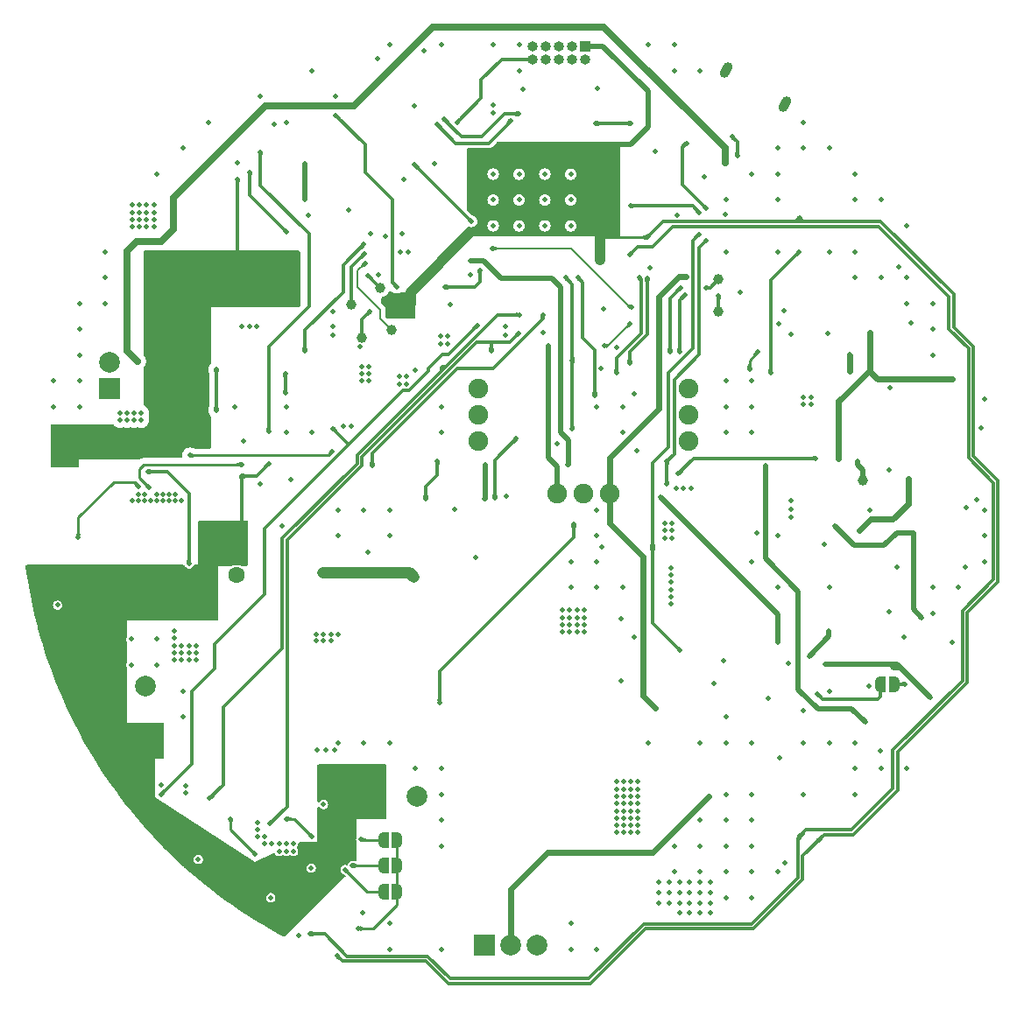
<source format=gbr>
%TF.GenerationSoftware,KiCad,Pcbnew,8.0.6*%
%TF.CreationDate,2025-01-23T19:41:03-07:00*%
%TF.ProjectId,UAM,55414d2e-6b69-4636-9164-5f7063625858,rev?*%
%TF.SameCoordinates,Original*%
%TF.FileFunction,Copper,L4,Bot*%
%TF.FilePolarity,Positive*%
%FSLAX46Y46*%
G04 Gerber Fmt 4.6, Leading zero omitted, Abs format (unit mm)*
G04 Created by KiCad (PCBNEW 8.0.6) date 2025-01-23 19:41:03*
%MOMM*%
%LPD*%
G01*
G04 APERTURE LIST*
G04 Aperture macros list*
%AMHorizOval*
0 Thick line with rounded ends*
0 $1 width*
0 $2 $3 position (X,Y) of the first rounded end (center of the circle)*
0 $4 $5 position (X,Y) of the second rounded end (center of the circle)*
0 Add line between two ends*
20,1,$1,$2,$3,$4,$5,0*
0 Add two circle primitives to create the rounded ends*
1,1,$1,$2,$3*
1,1,$1,$4,$5*%
%AMFreePoly0*
4,1,19,0.000000,0.744911,0.071157,0.744911,0.207708,0.704816,0.327430,0.627875,0.420627,0.520320,0.479746,0.390866,0.500000,0.250000,0.500000,-0.250000,0.479746,-0.390866,0.420627,-0.520320,0.327430,-0.627875,0.207708,-0.704816,0.071157,-0.744911,0.000000,-0.744911,0.000000,-0.750000,-0.500000,-0.750000,-0.500000,0.750000,0.000000,0.750000,0.000000,0.744911,0.000000,0.744911,
$1*%
%AMFreePoly1*
4,1,19,0.500000,-0.750000,0.000000,-0.750000,0.000000,-0.744911,-0.071157,-0.744911,-0.207708,-0.704816,-0.327430,-0.627875,-0.420627,-0.520320,-0.479746,-0.390866,-0.500000,-0.250000,-0.500000,0.250000,-0.479746,0.390866,-0.420627,0.520320,-0.327430,0.627875,-0.207708,0.704816,-0.071157,0.744911,0.000000,0.744911,0.000000,0.750000,0.500000,0.750000,0.500000,-0.750000,0.500000,-0.750000,
$1*%
G04 Aperture macros list end*
%TA.AperFunction,ComponentPad*%
%ADD10O,1.000000X1.000000*%
%TD*%
%TA.AperFunction,ComponentPad*%
%ADD11R,1.000000X1.000000*%
%TD*%
%TA.AperFunction,ComponentPad*%
%ADD12C,1.600000*%
%TD*%
%TA.AperFunction,ComponentPad*%
%ADD13R,1.600000X1.600000*%
%TD*%
%TA.AperFunction,ComponentPad*%
%ADD14C,2.000000*%
%TD*%
%TA.AperFunction,ComponentPad*%
%ADD15R,2.000000X2.000000*%
%TD*%
%TA.AperFunction,ComponentPad*%
%ADD16HorizOval,0.900000X-0.175000X-0.303109X0.175000X0.303109X0*%
%TD*%
%TA.AperFunction,ComponentPad*%
%ADD17C,1.905000*%
%TD*%
%TA.AperFunction,SMDPad,CuDef*%
%ADD18C,1.000000*%
%TD*%
%TA.AperFunction,SMDPad,CuDef*%
%ADD19FreePoly0,180.000000*%
%TD*%
%TA.AperFunction,SMDPad,CuDef*%
%ADD20FreePoly1,180.000000*%
%TD*%
%TA.AperFunction,SMDPad,CuDef*%
%ADD21FreePoly0,0.000000*%
%TD*%
%TA.AperFunction,SMDPad,CuDef*%
%ADD22FreePoly1,0.000000*%
%TD*%
%TA.AperFunction,ViaPad*%
%ADD23C,0.500000*%
%TD*%
%TA.AperFunction,Conductor*%
%ADD24C,0.300000*%
%TD*%
%TA.AperFunction,Conductor*%
%ADD25C,0.500000*%
%TD*%
%TA.AperFunction,Conductor*%
%ADD26C,0.250000*%
%TD*%
%TA.AperFunction,Conductor*%
%ADD27C,1.000000*%
%TD*%
%TA.AperFunction,Conductor*%
%ADD28C,0.600000*%
%TD*%
%TA.AperFunction,Conductor*%
%ADD29C,0.200000*%
%TD*%
%TA.AperFunction,Conductor*%
%ADD30C,0.700000*%
%TD*%
%TA.AperFunction,Conductor*%
%ADD31C,0.150000*%
%TD*%
%TA.AperFunction,Conductor*%
%ADD32C,1.100000*%
%TD*%
G04 APERTURE END LIST*
D10*
%TO.P,J2,10,~{RESET}*%
%TO.N,/STM32/RESET#*%
X71321636Y-18564136D03*
%TO.P,J2,9,GNDDetect*%
%TO.N,GND*%
X71321636Y-17294136D03*
%TO.P,J2,8,NC/TDI*%
%TO.N,unconnected-(J2-NC{slash}TDI-Pad8)*%
X72591636Y-18564136D03*
%TO.P,J2,7,KEY*%
%TO.N,unconnected-(J2-KEY-Pad7)*%
X72591636Y-17294136D03*
%TO.P,J2,6,SWO/TDO*%
%TO.N,/STM32/SWO*%
X73861636Y-18564136D03*
%TO.P,J2,5,GND*%
%TO.N,GND*%
X73861636Y-17294136D03*
%TO.P,J2,4,SWCLK/TCK*%
%TO.N,/STM32/SWCLKa*%
X75131636Y-18564136D03*
%TO.P,J2,3,GND*%
%TO.N,GND*%
X75131636Y-17294136D03*
%TO.P,J2,2,SWDIO/TMS*%
%TO.N,/STM32/SWDIOa*%
X76401636Y-18564136D03*
D11*
%TO.P,J2,1,VTref*%
%TO.N,+3V3*%
X76401636Y-17294136D03*
%TD*%
D12*
%TO.P,C57,2*%
%TO.N,GND*%
X42724136Y-68511757D03*
D13*
%TO.P,C57,1*%
%TO.N,+26V*%
X42724136Y-66011757D03*
%TD*%
D14*
%TO.P,C86,2*%
%TO.N,GND*%
X33924136Y-79194136D03*
D15*
%TO.P,C86,1*%
%TO.N,+26V*%
X33924136Y-84194136D03*
%TD*%
D14*
%TO.P,J3,2,Pin_2*%
%TO.N,/Connections/BATT_CONNa*%
X30411636Y-47929136D03*
D15*
%TO.P,J3,1,Pin_1*%
%TO.N,GND*%
X30411636Y-50469136D03*
%TD*%
D14*
%TO.P,C78,2*%
%TO.N,GND*%
X60156459Y-89894136D03*
D15*
%TO.P,C78,1*%
%TO.N,+26V*%
X55156459Y-89894136D03*
%TD*%
D16*
%TO.P,J1,6,Shield*%
%TO.N,GND*%
X90027022Y-19644136D03*
X95742790Y-22944136D03*
%TD*%
D14*
%TO.P,J4,3,Pin_3*%
%TO.N,GND*%
X71764136Y-104294136D03*
%TO.P,J4,2,Pin_2*%
%TO.N,TRANSDUCER*%
X69224136Y-104294136D03*
D15*
%TO.P,J4,1,Pin_1*%
%TO.N,GND*%
X66684136Y-104294136D03*
%TD*%
D17*
%TO.P,J5,9,M-TX_DC-RX*%
%TO.N,/Connections/M-TX*%
X86384136Y-50454136D03*
%TO.P,J5,8,GND*%
%TO.N,GND*%
X86384136Y-52994136D03*
%TO.P,J5,7,M-RX_DC-TX*%
%TO.N,/Connections/M-RX*%
X86384136Y-55534136D03*
%TO.P,J5,6,5V*%
%TO.N,+5V*%
X78764136Y-60614136D03*
%TO.P,J5,5,GND*%
%TO.N,GND*%
X76224136Y-60614136D03*
%TO.P,J5,4,3V3*%
%TO.N,+3V3*%
X73684136Y-60614136D03*
%TO.P,J5,3,GPIO2*%
%TO.N,/Connections/MAIN_TO_DAUa*%
X66064136Y-55534136D03*
%TO.P,J5,2,GND*%
%TO.N,GND*%
X66064136Y-52994136D03*
%TO.P,J5,1,GPIO1*%
%TO.N,/Connections/DAU_TO_MAINa*%
X66064136Y-50454136D03*
%TD*%
D18*
%TO.P,TP8,1,1*%
%TO.N,UART_TX_DAU*%
X89324136Y-39894136D03*
%TD*%
%TO.P,TP14,1,1*%
%TO.N,LPF_PGA*%
X103224136Y-59294136D03*
%TD*%
%TO.P,TP28,1,1*%
%TO.N,Net-(TP28-Pad1)*%
X56614136Y-40674136D03*
%TD*%
D19*
%TO.P,JP3,2,B*%
%TO.N,Net-(JP3-B)*%
X56924136Y-94094136D03*
D20*
%TO.P,JP3,1,A*%
%TO.N,+3V3*%
X58224136Y-94094136D03*
%TD*%
D19*
%TO.P,JP4,2,B*%
%TO.N,Net-(JP4-B)*%
X56924136Y-96594136D03*
D20*
%TO.P,JP4,1,A*%
%TO.N,+3V3*%
X58224136Y-96594136D03*
%TD*%
D19*
%TO.P,JP5,2,B*%
%TO.N,Net-(JP5-B)*%
X56924136Y-99094136D03*
D20*
%TO.P,JP5,1,A*%
%TO.N,+3V3*%
X58224136Y-99094136D03*
%TD*%
D18*
%TO.P,TP27,1,1*%
%TO.N,Net-(U4-EN)*%
X53824136Y-42294136D03*
%TD*%
D21*
%TO.P,JP6,2,B*%
%TO.N,Net-(JP6-B)*%
X106274136Y-79094136D03*
D22*
%TO.P,JP6,1,A*%
%TO.N,TRANSDUCER_RX*%
X104974136Y-79094136D03*
%TD*%
D18*
%TO.P,TP9,1,1*%
%TO.N,UART_RX_DAU*%
X89324136Y-42994136D03*
%TD*%
%TO.P,TP26,1,1*%
%TO.N,Net-(TP26-Pad1)*%
X54824136Y-45494136D03*
%TD*%
%TO.P,TP25,1,1*%
%TO.N,Net-(TP25-Pad1)*%
X57724136Y-44794136D03*
%TD*%
D23*
%TO.N,GND*%
X110024136Y-42194136D03*
X33224136Y-61294136D03*
X63124136Y-46094136D03*
X43261636Y-44394136D03*
X51374136Y-85444136D03*
X68724136Y-44394136D03*
X95024136Y-97194136D03*
X34024136Y-34094136D03*
X74924136Y-73294136D03*
X92524136Y-49694136D03*
X99899136Y-45129136D03*
X33524136Y-52794136D03*
X36824136Y-61294136D03*
X98224136Y-51994136D03*
X87524136Y-92194136D03*
X84524136Y-99194136D03*
X75024136Y-104694136D03*
X81524136Y-92694136D03*
X34724136Y-33394136D03*
X33324136Y-34094136D03*
X53524136Y-33194136D03*
X38824136Y-75294136D03*
X45424136Y-94494136D03*
X54824136Y-48294136D03*
X38824136Y-76694136D03*
X100024136Y-69694136D03*
X80824136Y-92694136D03*
X37524136Y-79694136D03*
X35424136Y-88794136D03*
X78024136Y-65794136D03*
X103824136Y-79194136D03*
X97524136Y-84694136D03*
X95024136Y-29694136D03*
X40024136Y-24694136D03*
X32524136Y-74694136D03*
X85524136Y-100194136D03*
X97524136Y-81594136D03*
X34724136Y-34094136D03*
X67524136Y-23794136D03*
X79424136Y-90594136D03*
X95024136Y-27194136D03*
X75024136Y-32194136D03*
X27524136Y-42194136D03*
X34724136Y-34794136D03*
X60024136Y-48694136D03*
X76324136Y-73294136D03*
X30024136Y-37194136D03*
X102524136Y-37194136D03*
X35024136Y-74694136D03*
X82524136Y-17194136D03*
X115054136Y-51444136D03*
X115024136Y-64694136D03*
X88524136Y-101194136D03*
X110024136Y-72194136D03*
X87524136Y-97194136D03*
X102524136Y-89694136D03*
X37424136Y-76694136D03*
X47524136Y-24694136D03*
X76324136Y-72594136D03*
X48224136Y-95194136D03*
X33324136Y-32694136D03*
X87524136Y-84694136D03*
X57524136Y-64694136D03*
X59124136Y-49994136D03*
X70024136Y-19694136D03*
X46824136Y-95194136D03*
X51124136Y-74194136D03*
X90024136Y-94694136D03*
X55024136Y-84694136D03*
X85524136Y-101194136D03*
X67524136Y-29694136D03*
X85024136Y-19694136D03*
X100024136Y-27194136D03*
X58861636Y-30231636D03*
X70024136Y-34694136D03*
X86524136Y-98194136D03*
X84524136Y-100194136D03*
X90024136Y-99694136D03*
X94134136Y-80404136D03*
X92524136Y-99694136D03*
X36724136Y-76694136D03*
X84124136Y-64894136D03*
X78224136Y-42694136D03*
X95624136Y-42894136D03*
X110024136Y-44694136D03*
X54824136Y-48994136D03*
X36724136Y-74594136D03*
X60854136Y-17794136D03*
X33824136Y-61294136D03*
X81414136Y-56464136D03*
X25424136Y-71394136D03*
X89814136Y-76754136D03*
X52324136Y-22194136D03*
X74924136Y-71894136D03*
X80824136Y-91994136D03*
X33224136Y-60694136D03*
X47124136Y-63694136D03*
X91424136Y-41094136D03*
X52524136Y-62194136D03*
X113264136Y-61954136D03*
X86624136Y-60094136D03*
X89924136Y-33594136D03*
X51124136Y-74794136D03*
X76324136Y-73994136D03*
X102524136Y-84694136D03*
X79924136Y-72694136D03*
X81524136Y-91994136D03*
X77586636Y-21394136D03*
X93024136Y-64394136D03*
X27524136Y-47194136D03*
X30024136Y-42194136D03*
X55661636Y-35494136D03*
X85024136Y-97194136D03*
X36224136Y-61294136D03*
X87524136Y-19694136D03*
X105874136Y-50344136D03*
X32624136Y-61294136D03*
X54894136Y-101164136D03*
X98224136Y-51294136D03*
X44724136Y-93794136D03*
X79424136Y-91994136D03*
X110024136Y-47194136D03*
X95024136Y-37194136D03*
X105761636Y-58331636D03*
X67524136Y-22994136D03*
X67524136Y-32194136D03*
X70434136Y-21484136D03*
X100024136Y-84694136D03*
X80824136Y-89894136D03*
X32824136Y-52794136D03*
X105024136Y-39694136D03*
X38824136Y-75994136D03*
X92524136Y-84694136D03*
X92524136Y-54694136D03*
X45024136Y-59694136D03*
X55524136Y-49694136D03*
X90024136Y-89694136D03*
X87524136Y-94694136D03*
X45424136Y-93794136D03*
X90024136Y-97194136D03*
X79424136Y-93394136D03*
X107524136Y-42194136D03*
X105024136Y-87194136D03*
X96284136Y-45204136D03*
X77524136Y-52194136D03*
X34724136Y-32694136D03*
X107524136Y-34694136D03*
X47524136Y-95194136D03*
X55024136Y-62194136D03*
X84824136Y-64194136D03*
X81524136Y-91294136D03*
X56424136Y-39444136D03*
X75024136Y-29694136D03*
X87524136Y-100194136D03*
X90024136Y-49694136D03*
X107524136Y-39694136D03*
X58424136Y-49994136D03*
X80824136Y-88494136D03*
X52174136Y-85444136D03*
X62524136Y-104694136D03*
X38124136Y-76694136D03*
X55524136Y-48994136D03*
X76324136Y-71894136D03*
X43374136Y-55504136D03*
X90024136Y-84694136D03*
X62424136Y-46094136D03*
X82524136Y-84694136D03*
X67524136Y-17194136D03*
X34024136Y-34794136D03*
X59324136Y-37194136D03*
X92524136Y-94694136D03*
X37774136Y-89594136D03*
X80124136Y-93394136D03*
X84724136Y-70594136D03*
X80824136Y-93394136D03*
X48224136Y-94494136D03*
X62524136Y-17194136D03*
X73724136Y-55794136D03*
X97524136Y-24694136D03*
X32624136Y-34794136D03*
X27524136Y-44694136D03*
X50024136Y-19694136D03*
X52524136Y-74194136D03*
X113124136Y-67731636D03*
X34424136Y-61294136D03*
X92524136Y-52194136D03*
X57524136Y-102194136D03*
X114686636Y-54231636D03*
X35024136Y-61294136D03*
X74224136Y-73294136D03*
X99564136Y-65544136D03*
X32124136Y-53494136D03*
X75624136Y-73994136D03*
X102524136Y-32194136D03*
X86524136Y-99194136D03*
X49924136Y-96834136D03*
X62524136Y-87194136D03*
X85024136Y-17194136D03*
X36824136Y-60694136D03*
X80124136Y-90594136D03*
X32824136Y-53494136D03*
X77974136Y-48494136D03*
X25024136Y-52194136D03*
X32624136Y-34094136D03*
X60024136Y-87194136D03*
X83524136Y-100194136D03*
X84724136Y-68494136D03*
X95024136Y-64694136D03*
X44724136Y-93094136D03*
X68761636Y-60894136D03*
X58424136Y-49294136D03*
X57524136Y-62194136D03*
X52024136Y-42994136D03*
X96024136Y-77044136D03*
X102524136Y-29694136D03*
X36224136Y-60694136D03*
X84824136Y-63494136D03*
X52524136Y-64694136D03*
X44724136Y-92394136D03*
X59124136Y-49294136D03*
X80124136Y-88494136D03*
X88524136Y-100194136D03*
X75624136Y-71894136D03*
X36724136Y-75994136D03*
X62524136Y-54694136D03*
X75624136Y-73294136D03*
X48686636Y-103356636D03*
X42824136Y-28594136D03*
X110024136Y-69694136D03*
X70024136Y-17194136D03*
X56324136Y-18494136D03*
X46324136Y-24894136D03*
X83524136Y-98194136D03*
X32624136Y-33394136D03*
X80124136Y-89194136D03*
X105794136Y-72044136D03*
X67524136Y-34694136D03*
X32524136Y-77194136D03*
X63124136Y-45394136D03*
X80124136Y-91294136D03*
X95024136Y-32194136D03*
X27524136Y-52194136D03*
X42524136Y-52194136D03*
X63399136Y-42344136D03*
X87524136Y-101194136D03*
X31424136Y-52794136D03*
X96324136Y-62894136D03*
X25024136Y-49694136D03*
X37424136Y-61294136D03*
X102524136Y-87194136D03*
X53824136Y-54094136D03*
X85524136Y-99194136D03*
X53024136Y-54094136D03*
X92524136Y-67194136D03*
X84724136Y-69894136D03*
X79424136Y-88494136D03*
X65861636Y-66744136D03*
X37424136Y-75994136D03*
X97524136Y-51994136D03*
X80124136Y-89894136D03*
X32124136Y-52794136D03*
X82684136Y-38734136D03*
X52024136Y-45294136D03*
X87524136Y-98194136D03*
X68681636Y-45256636D03*
X95704136Y-96344136D03*
X47524136Y-54694136D03*
X90024136Y-54694136D03*
X55524136Y-48294136D03*
X62424136Y-45394136D03*
X70024136Y-29694136D03*
X80024136Y-52194136D03*
X47524136Y-52194136D03*
X75024136Y-34694136D03*
X97524136Y-89694136D03*
X50524136Y-85444136D03*
X35624136Y-61294136D03*
X92524136Y-89694136D03*
X80024136Y-69694136D03*
X55424136Y-66244136D03*
X58524136Y-37194136D03*
X81524136Y-90594136D03*
X52024136Y-44394136D03*
X59934136Y-23054136D03*
X35024136Y-60694136D03*
X43961636Y-44394136D03*
X75024136Y-69694136D03*
X80124136Y-92694136D03*
X79424136Y-89194136D03*
X33324136Y-33394136D03*
X77524136Y-69694136D03*
X81114136Y-50964136D03*
X49664136Y-33654136D03*
X84724136Y-71294136D03*
X107924136Y-44094136D03*
X85924136Y-60094136D03*
X57524136Y-17194136D03*
X39024136Y-95994136D03*
X72324136Y-44994136D03*
X102524136Y-39694136D03*
X34024136Y-33394136D03*
X88844136Y-78944136D03*
X85524136Y-98194136D03*
X75024136Y-67194136D03*
X33524136Y-53494136D03*
X79844136Y-78694136D03*
X65324136Y-39394136D03*
X84724136Y-69194136D03*
X37804136Y-88854136D03*
X95024136Y-69694136D03*
X51824136Y-74194136D03*
X33324136Y-34794136D03*
X80824136Y-90594136D03*
X81524136Y-88494136D03*
X62524136Y-94694136D03*
X81524136Y-89194136D03*
X77524136Y-67194136D03*
X35024136Y-29694136D03*
X45024136Y-22194136D03*
X46124136Y-94494136D03*
X32624136Y-32694136D03*
X96324136Y-62094136D03*
X84724136Y-67794136D03*
X85224136Y-60094136D03*
X90024136Y-52194136D03*
X70024136Y-32194136D03*
X57524136Y-84694136D03*
X51824136Y-74794136D03*
X85284136Y-33644136D03*
X95224136Y-86194136D03*
X75624136Y-72594136D03*
X79424136Y-92694136D03*
X63799136Y-62144136D03*
X90024136Y-82194136D03*
X77524136Y-104694136D03*
X100024136Y-79694136D03*
X84824136Y-64894136D03*
X103894136Y-62244136D03*
X81144136Y-74456636D03*
X50024136Y-54694136D03*
X38124136Y-75994136D03*
X34024136Y-32694136D03*
X46824136Y-94494136D03*
X72524136Y-29694136D03*
X114224136Y-61194136D03*
X37524136Y-27194136D03*
X87954136Y-29984136D03*
X36724136Y-73894136D03*
X33824136Y-60694136D03*
X84124136Y-64194136D03*
X57524136Y-104694136D03*
X54824136Y-49694136D03*
X74924136Y-73994136D03*
X79424136Y-46494136D03*
X81524136Y-89894136D03*
X84524136Y-98194136D03*
X92524136Y-29694136D03*
X112524136Y-69694136D03*
X27524136Y-49694136D03*
X57124136Y-35694136D03*
X84124136Y-63494136D03*
X92524136Y-92194136D03*
X100024136Y-37194136D03*
X79424136Y-91294136D03*
X50424136Y-74194136D03*
X87524136Y-99194136D03*
X90024136Y-37194136D03*
X106524136Y-67694136D03*
X80124136Y-91994136D03*
X74224136Y-71894136D03*
X75024136Y-102194136D03*
X115024136Y-67194136D03*
X35624136Y-60694136D03*
X38124136Y-75294136D03*
X86524136Y-101194136D03*
X72524136Y-32194136D03*
X44661636Y-44394136D03*
X83154136Y-27524136D03*
X36724136Y-75294136D03*
X35024136Y-77194136D03*
X80824136Y-89194136D03*
X58724136Y-35494136D03*
X115024136Y-62194136D03*
X74224136Y-73994136D03*
X61861636Y-28656636D03*
X62524136Y-52194136D03*
X90024136Y-32194136D03*
X92524136Y-97194136D03*
X86524136Y-100194136D03*
X85024136Y-94694136D03*
X50424136Y-74794136D03*
X81524136Y-93394136D03*
X88524136Y-99194136D03*
X79424136Y-89894136D03*
X51124136Y-90674136D03*
X83524136Y-99194136D03*
X104911636Y-85481636D03*
X30024136Y-39694136D03*
X37524136Y-82194136D03*
X54624136Y-46394136D03*
X90024136Y-92194136D03*
X47974136Y-59209136D03*
X97524136Y-51294136D03*
X105024136Y-32194136D03*
X95124136Y-44194136D03*
X77524136Y-62194136D03*
X74224136Y-72594136D03*
X97524136Y-27194136D03*
X96324136Y-61294136D03*
X77524136Y-64694136D03*
X31424136Y-53494136D03*
X88524136Y-98194136D03*
X37424136Y-75294136D03*
X47524136Y-94494136D03*
X46024136Y-99694136D03*
X80824136Y-91294136D03*
X72524136Y-34694136D03*
X80024136Y-54694136D03*
X111924136Y-74994136D03*
X107244136Y-74454136D03*
X107524136Y-87194136D03*
X62524136Y-89694136D03*
X74924136Y-72594136D03*
X106724136Y-38694136D03*
X52524136Y-84694136D03*
X62524136Y-92194136D03*
%TO.N,+3V3*%
X82424136Y-35794136D03*
X77824136Y-37994136D03*
X58824136Y-41494136D03*
X49324136Y-28694136D03*
X94324136Y-48894136D03*
X52424136Y-105294136D03*
X65636636Y-27494136D03*
X49324136Y-32194136D03*
X54524136Y-102694136D03*
X97114136Y-37194136D03*
X58524136Y-43294136D03*
X97124136Y-33894136D03*
X79324136Y-26894136D03*
X99024136Y-94094136D03*
X59524136Y-42194136D03*
X65424136Y-30269136D03*
X72824136Y-46294136D03*
X58124136Y-41494136D03*
X58124136Y-42194136D03*
X58824136Y-42194136D03*
X65424136Y-32769136D03*
X59524136Y-43294136D03*
%TO.N,+3.3VA*%
X66711636Y-61144136D03*
X65324136Y-38094136D03*
X111874136Y-49544136D03*
X108124136Y-64394136D03*
X74754136Y-57794136D03*
X100924136Y-57194136D03*
X108924136Y-72594136D03*
X89684136Y-66944136D03*
X66724136Y-57794136D03*
X100524136Y-63694136D03*
X95024136Y-74994136D03*
X101184136Y-51394136D03*
X83699136Y-60969136D03*
X58224136Y-40594136D03*
X103924136Y-44994136D03*
X52324136Y-23994136D03*
%TO.N,Net-(U1-VREF+)*%
X66224136Y-38994136D03*
X62864136Y-40604136D03*
%TO.N,+BATT*%
X26661636Y-57394136D03*
X25961636Y-56694136D03*
X46861636Y-37594136D03*
X26661636Y-55994136D03*
X25261636Y-55294136D03*
X42824136Y-30194136D03*
X46861636Y-38194136D03*
X25261636Y-57394136D03*
X25261636Y-55994136D03*
X46161636Y-38194136D03*
X25961636Y-55994136D03*
X48261636Y-37594136D03*
X25961636Y-57394136D03*
X47561636Y-37594136D03*
X26661636Y-56694136D03*
X48261636Y-38194136D03*
X47561636Y-38194136D03*
X46161636Y-37594136D03*
X26661636Y-55294136D03*
X25961636Y-55294136D03*
X25261636Y-56694136D03*
%TO.N,/STM32/ADC_IN_FAST*%
X78294136Y-46334136D03*
X80774136Y-44144136D03*
%TO.N,+BATTa*%
X44024136Y-29544136D03*
X47574136Y-35294136D03*
%TO.N,/STM32/RESET#*%
X65424136Y-34269136D03*
X64024136Y-24694136D03*
X59924136Y-28794136D03*
%TO.N,VBUS*%
X33124136Y-47794136D03*
X32524136Y-47194136D03*
X89939855Y-28594136D03*
X32124136Y-46494136D03*
X89939855Y-27194136D03*
X89939855Y-27894136D03*
%TO.N,/STM32/D-*%
X91124136Y-27894136D03*
X90624136Y-26094136D03*
%TO.N,/DC-DC/5V_SW*%
X49324136Y-46794136D03*
X55024136Y-36494136D03*
%TO.N,+5V*%
X83524136Y-46684136D03*
X86124136Y-39594136D03*
X47424136Y-48994136D03*
X47424136Y-50894136D03*
X83161636Y-81356636D03*
%TO.N,/STM32/ADC_IN_DMA*%
X67424136Y-36894136D03*
X80924136Y-42594136D03*
%TO.N,+26V*%
X52624136Y-89494136D03*
X39524136Y-64394136D03*
X52624136Y-90194136D03*
X40924136Y-64394136D03*
X51924136Y-90894136D03*
X51924136Y-89494136D03*
X39524136Y-65794136D03*
X45824136Y-57694136D03*
X40224136Y-65794136D03*
X39524136Y-65094136D03*
X34324136Y-87794136D03*
X40924136Y-65094136D03*
X40224136Y-64394136D03*
X53324136Y-89494136D03*
X33624136Y-89194136D03*
X33624136Y-88494136D03*
X40224136Y-65094136D03*
X45824136Y-54594136D03*
X34324136Y-88494136D03*
X32924136Y-89194136D03*
X52624136Y-90894136D03*
X45024136Y-27594136D03*
X34324136Y-89194136D03*
X43224136Y-58894136D03*
X53324136Y-90194136D03*
X51924136Y-90194136D03*
X53324136Y-90894136D03*
X33624136Y-87794136D03*
X40924136Y-65794136D03*
X32924136Y-88494136D03*
X32924136Y-87794136D03*
%TO.N,I2C_SCL*%
X69994136Y-23864136D03*
X62824136Y-24394136D03*
%TO.N,I2C_SDA*%
X69224136Y-24494136D03*
X62124136Y-24894136D03*
%TO.N,3V3A_EN*%
X88124136Y-36094136D03*
X80844136Y-24784136D03*
X86224136Y-26694136D03*
X84324136Y-57494136D03*
X84324136Y-59694136D03*
X88124136Y-32994136D03*
X77424136Y-24784136D03*
%TO.N,UART_TX_DAU*%
X85624136Y-40684136D03*
X88104136Y-40684136D03*
X84624136Y-46894136D03*
%TO.N,UART_RX_DAU*%
X89324136Y-41494136D03*
X85524136Y-46894136D03*
X86034136Y-41394136D03*
%TO.N,DAU_TO_MAIN*%
X81624136Y-39694136D03*
X79424136Y-48894136D03*
%TO.N,MAIN_TO_DAU*%
X82424136Y-39794136D03*
X80724136Y-47994136D03*
%TO.N,DAC_TRANSDUCER*%
X35434136Y-89684136D03*
X65994136Y-44344136D03*
X52024136Y-54294136D03*
%TO.N,DAC_AMP_TEST*%
X77334136Y-51094136D03*
X75724136Y-39694136D03*
%TO.N,Net-(SW3-C)*%
X40754136Y-52574136D03*
X40774136Y-48544136D03*
%TO.N,-3V3*%
X106246636Y-77466636D03*
X107624136Y-59194136D03*
X102924136Y-64194136D03*
X109814136Y-80324136D03*
X99624136Y-77114136D03*
%TO.N,Net-(Q1-G)*%
X38124136Y-67394136D03*
X34124136Y-58494136D03*
%TO.N,Net-(U13-CS)*%
X27424136Y-64794136D03*
X33244136Y-59894136D03*
%TO.N,26V_PGOOD*%
X51954136Y-56544136D03*
X38224136Y-56894136D03*
X72324136Y-43345980D03*
X55824136Y-57894136D03*
%TO.N,TRANSDUCER_TX*%
X75324136Y-63594136D03*
X62324136Y-80794136D03*
%TO.N,LPF_PGA*%
X102724136Y-57494136D03*
%TO.N,Net-(U18-PLIMIT)*%
X42144136Y-92064136D03*
X44524136Y-95494136D03*
%TO.N,AMP_R*%
X59791836Y-68642162D03*
X51024136Y-68194136D03*
X59374136Y-68194136D03*
X51724136Y-68194136D03*
X52404136Y-68194136D03*
X58704136Y-68194136D03*
%TO.N,TRANSDUCER_RX*%
X98874136Y-79994136D03*
%TO.N,Net-(JP3-B)*%
X54724136Y-94084136D03*
%TO.N,Net-(JP4-B)*%
X53924136Y-96594136D03*
%TO.N,Net-(JP5-B)*%
X53219136Y-96989136D03*
X47524136Y-92094136D03*
X50019136Y-93789136D03*
%TO.N,Net-(U18-MUTE)*%
X70004136Y-45104136D03*
X67354136Y-46794136D03*
X45974136Y-92544136D03*
%TO.N,FAULTZ*%
X40124136Y-90094136D03*
X62604136Y-48414136D03*
X70024136Y-43294136D03*
%TO.N,Net-(R59-Pad1)*%
X98054136Y-76319136D03*
X99934136Y-73854136D03*
%TO.N,TRANSDUCER*%
X88324136Y-89894136D03*
%TO.N,SCK*%
X92324136Y-48594136D03*
X93124136Y-46894136D03*
%TO.N,TR_CTRL*%
X49834136Y-103204136D03*
X97174136Y-93744136D03*
X80724136Y-37494136D03*
%TO.N,-3V3_EN*%
X85584136Y-75744136D03*
X87409136Y-35509136D03*
X87424136Y-33394136D03*
X82924136Y-65794136D03*
X80824136Y-32764136D03*
%TO.N,+1V65*%
X98684136Y-57194136D03*
X62124136Y-57494136D03*
X101971435Y-47141436D03*
X85424136Y-58694136D03*
X102024136Y-48705728D03*
X61021636Y-61081636D03*
%TO.N,PWR_AMP_V_FB*%
X75164136Y-47704136D03*
X69764136Y-55294136D03*
X67661636Y-60994136D03*
X75164136Y-54354136D03*
X74524136Y-39694136D03*
%TO.N,Net-(C111-Pad1)*%
X103494136Y-82694136D03*
X93824136Y-57894136D03*
%TO.N,Net-(JP6-B)*%
X107324136Y-79034136D03*
%TO.N,Net-(TP25-Pad1)*%
X55134136Y-38314136D03*
%TO.N,Net-(TP26-Pad1)*%
X55624136Y-42994136D03*
%TO.N,Net-(U4-EN)*%
X55084136Y-37444136D03*
%TO.N,Net-(TP28-Pad1)*%
X55424136Y-39494136D03*
%TO.N,/DC-DC/26V_COMP*%
X34244136Y-59994136D03*
X43224136Y-57794136D03*
%TD*%
D24*
%TO.N,+3V3*%
X97124136Y-33894136D02*
X97524136Y-34294136D01*
X97624136Y-34294136D02*
X104984136Y-34294136D01*
X113924136Y-46394136D02*
X112224136Y-44694136D01*
X113924136Y-56969872D02*
X116324136Y-59369872D01*
X82248400Y-102694136D02*
X76948400Y-107994136D01*
D25*
X82524136Y-21694136D02*
X82524136Y-25144136D01*
X72824136Y-57134136D02*
X73684136Y-57994136D01*
D24*
X61012004Y-105806268D02*
X52936268Y-105806268D01*
X106624136Y-89318400D02*
X102348400Y-93594136D01*
X97124136Y-34294136D02*
X97124136Y-33894136D01*
D25*
X73684136Y-57994136D02*
X73684136Y-60614136D01*
D24*
X106624136Y-85618400D02*
X106624136Y-89318400D01*
X113336268Y-72106268D02*
X113336268Y-78906268D01*
X83924136Y-34294136D02*
X94744136Y-34294136D01*
X97424136Y-95694136D02*
X97424136Y-97918400D01*
D26*
X55924136Y-102694136D02*
X54524136Y-102694136D01*
D25*
X78124136Y-17294136D02*
X82524136Y-21694136D01*
D26*
X58224136Y-94094136D02*
X58224136Y-96594136D01*
D24*
X104984136Y-34294136D02*
X112024136Y-41334136D01*
X116324136Y-69118400D02*
X113336268Y-72106268D01*
X97424136Y-97918400D02*
X92648400Y-102694136D01*
X92648400Y-102694136D02*
X82248400Y-102694136D01*
D25*
X79374136Y-26844136D02*
X79324136Y-26894136D01*
D24*
X79314136Y-26894136D02*
X79324136Y-26894136D01*
X95084136Y-34294136D02*
X95854136Y-34294136D01*
D26*
X58224136Y-96594136D02*
X58224136Y-99094136D01*
D24*
X116324136Y-59369872D02*
X116324136Y-69118400D01*
X96824136Y-34294136D02*
X97124136Y-34294136D01*
D27*
X59524136Y-41094136D02*
X59524136Y-42194136D01*
D24*
X97524136Y-34294136D02*
X97624136Y-34294136D01*
X52936268Y-105806268D02*
X52424136Y-105294136D01*
D27*
X77824136Y-35194136D02*
X77824136Y-37994136D01*
D24*
X96824136Y-34194136D02*
X97124136Y-33894136D01*
X94744136Y-34294136D02*
X95084136Y-34294136D01*
D25*
X72824136Y-46294136D02*
X72824136Y-57134136D01*
D24*
X112024136Y-41334136D02*
X112024136Y-44494136D01*
X112024136Y-44494136D02*
X112224136Y-44694136D01*
X97114136Y-37194136D02*
X94324136Y-39984136D01*
D26*
X58224136Y-100394136D02*
X55924136Y-102694136D01*
D24*
X63199872Y-107994136D02*
X61012004Y-105806268D01*
X96824136Y-34294136D02*
X96824136Y-34194136D01*
X99524136Y-93594136D02*
X99024136Y-94094136D01*
D26*
X77824136Y-35194136D02*
X78424136Y-35794136D01*
D24*
X82424136Y-35794136D02*
X83924136Y-34294136D01*
X95854136Y-34294136D02*
X96824136Y-34294136D01*
D25*
X76401636Y-17294136D02*
X78124136Y-17294136D01*
X49324136Y-32194136D02*
X49324136Y-28694136D01*
D26*
X58224136Y-99094136D02*
X58224136Y-100394136D01*
D24*
X97124136Y-34294136D02*
X97624136Y-34294136D01*
D25*
X80824136Y-26844136D02*
X79374136Y-26844136D01*
D24*
X94324136Y-39984136D02*
X94324136Y-48894136D01*
X113336268Y-78906268D02*
X106624136Y-85618400D01*
D27*
X59524136Y-41094136D02*
X65274136Y-35344136D01*
D24*
X76948400Y-107994136D02*
X63199872Y-107994136D01*
X99024136Y-94094136D02*
X97424136Y-95694136D01*
D25*
X82524136Y-25144136D02*
X80824136Y-26844136D01*
D24*
X102348400Y-93594136D02*
X99524136Y-93594136D01*
D26*
X78424136Y-35794136D02*
X82424136Y-35794136D01*
D24*
X113924136Y-56969872D02*
X113924136Y-46394136D01*
D25*
%TO.N,+3.3VA*%
X83699136Y-60969136D02*
X89674136Y-66944136D01*
D24*
X74754136Y-57794136D02*
X74764136Y-57784136D01*
X58224136Y-40594136D02*
X57824136Y-40194136D01*
D25*
X66724136Y-61131636D02*
X66724136Y-57794136D01*
X74764136Y-57784136D02*
X74764136Y-55434136D01*
D28*
X111864136Y-49534136D02*
X104664136Y-49534136D01*
D24*
X66711636Y-61144136D02*
X66724136Y-61131636D01*
X111874136Y-49544136D02*
X111864136Y-49534136D01*
X57824136Y-40194136D02*
X57824136Y-32194136D01*
D28*
X101184136Y-51394136D02*
X100924136Y-51654136D01*
D25*
X74024136Y-40594136D02*
X73224136Y-39794136D01*
D28*
X100924136Y-51654136D02*
X100924136Y-57194136D01*
D25*
X108124136Y-64394136D02*
X108124136Y-71794136D01*
X106524136Y-64394136D02*
X105324136Y-65594136D01*
X95024136Y-74994136D02*
X95024136Y-72284136D01*
D24*
X89674136Y-66944136D02*
X89684136Y-66944136D01*
X57824136Y-32194136D02*
X55124136Y-29494136D01*
X55124136Y-29494136D02*
X55124136Y-26794136D01*
D25*
X68324136Y-39794136D02*
X66624136Y-38094136D01*
D28*
X103924136Y-48794136D02*
X103924136Y-44994136D01*
X104664136Y-49534136D02*
X103924136Y-48794136D01*
X101184136Y-51384136D02*
X103774136Y-48794136D01*
D25*
X66624136Y-38094136D02*
X65324136Y-38094136D01*
D28*
X101184136Y-51394136D02*
X101184136Y-51384136D01*
D25*
X74764136Y-55434136D02*
X74024136Y-54694136D01*
X102424136Y-65594136D02*
X100524136Y-63694136D01*
D24*
X55124136Y-26794136D02*
X52324136Y-23994136D01*
D25*
X95024136Y-72284136D02*
X89684136Y-66944136D01*
X108124136Y-71794136D02*
X108924136Y-72594136D01*
X108124136Y-64394136D02*
X106524136Y-64394136D01*
X105324136Y-65594136D02*
X102424136Y-65594136D01*
D28*
X103774136Y-48794136D02*
X103924136Y-48794136D01*
D25*
X73224136Y-39794136D02*
X68324136Y-39794136D01*
X74024136Y-54694136D02*
X74024136Y-40594136D01*
D24*
%TO.N,Net-(U1-VREF+)*%
X66224136Y-40094136D02*
X65714136Y-40604136D01*
X66224136Y-38994136D02*
X66224136Y-40094136D01*
X65714136Y-40604136D02*
X62864136Y-40604136D01*
%TO.N,+BATT*%
X42824136Y-30194136D02*
X42824136Y-37444136D01*
D29*
%TO.N,/STM32/ADC_IN_FAST*%
X78584136Y-46334136D02*
X78294136Y-46334136D01*
X80774136Y-44144136D02*
X78584136Y-46334136D01*
D24*
%TO.N,+BATTa*%
X44024136Y-31744136D02*
X44024136Y-29544136D01*
X47574136Y-35294136D02*
X44024136Y-31744136D01*
%TO.N,/STM32/RESET#*%
X66364136Y-22354136D02*
X66364136Y-20584136D01*
X65424136Y-34269136D02*
X65399136Y-34269136D01*
X65399136Y-34269136D02*
X59924136Y-28794136D01*
X68384136Y-18564136D02*
X71321636Y-18564136D01*
X66364136Y-20584136D02*
X68384136Y-18564136D01*
X64024136Y-24694136D02*
X66364136Y-22354136D01*
D30*
%TO.N,VBUS*%
X89939855Y-28594136D02*
X89939855Y-27194136D01*
D24*
X89939855Y-27194136D02*
X89924136Y-27194136D01*
D30*
X33054136Y-36194136D02*
X32124136Y-37124136D01*
X35424136Y-36194136D02*
X33054136Y-36194136D01*
X36624136Y-34994136D02*
X35424136Y-36194136D01*
X61724136Y-15494136D02*
X54094136Y-23124136D01*
X78224136Y-15494136D02*
X61724136Y-15494136D01*
X45494136Y-23124136D02*
X36624136Y-31994136D01*
X54094136Y-23124136D02*
X45494136Y-23124136D01*
X32124136Y-37124136D02*
X32124136Y-46494136D01*
X36624136Y-31994136D02*
X36624136Y-34994136D01*
X32524136Y-47194136D02*
X33124136Y-47794136D01*
X32124136Y-46494136D02*
X32124136Y-46794136D01*
X32124136Y-46794136D02*
X32524136Y-47194136D01*
X89924136Y-27194136D02*
X78224136Y-15494136D01*
D24*
%TO.N,/STM32/D-*%
X90624136Y-26094136D02*
X91124136Y-26594136D01*
X91124136Y-26594136D02*
X91124136Y-27894136D01*
%TO.N,/DC-DC/5V_SW*%
X49324136Y-44794136D02*
X49324136Y-46794136D01*
X55024136Y-36494136D02*
X53024136Y-38494136D01*
X53024136Y-41094136D02*
X49324136Y-44794136D01*
X53024136Y-38494136D02*
X53024136Y-41094136D01*
D28*
%TO.N,+5V*%
X83524136Y-41562633D02*
X85492633Y-39594136D01*
X83524136Y-46684136D02*
X83524136Y-41562633D01*
X85492633Y-39594136D02*
X86124136Y-39594136D01*
X78764136Y-57114136D02*
X78764136Y-60614136D01*
X78764136Y-63464136D02*
X78764136Y-60614136D01*
X82000000Y-80195000D02*
X82000000Y-66700000D01*
X83524136Y-52354136D02*
X78764136Y-57114136D01*
D24*
X47424136Y-50894136D02*
X47424136Y-48994136D01*
D28*
X83161636Y-81356636D02*
X82000000Y-80195000D01*
X83524136Y-46684136D02*
X83524136Y-52354136D01*
X82000000Y-66700000D02*
X78764136Y-63464136D01*
D29*
%TO.N,/STM32/ADC_IN_DMA*%
X80924136Y-42594136D02*
X80724136Y-42594136D01*
X75024136Y-36894136D02*
X67484136Y-36894136D01*
X67484136Y-36894136D02*
X67454136Y-36864136D01*
D24*
X67454136Y-36864136D02*
X67424136Y-36894136D01*
D29*
X80724136Y-42594136D02*
X75024136Y-36894136D01*
D24*
%TO.N,+26V*%
X49724136Y-35494136D02*
X49724136Y-42494136D01*
X43224136Y-58894136D02*
X44624136Y-58894136D01*
X43224136Y-62094136D02*
X43224136Y-63554136D01*
X45024136Y-27594136D02*
X45024136Y-30794136D01*
X45824136Y-46394136D02*
X45824136Y-54594136D01*
X44624136Y-58894136D02*
X45824136Y-57694136D01*
X43224136Y-62094136D02*
X43224136Y-58894136D01*
X49724136Y-42494136D02*
X45824136Y-46394136D01*
X45024136Y-30794136D02*
X49724136Y-35494136D01*
%TO.N,I2C_SCL*%
X64504136Y-26094136D02*
X62824136Y-24414136D01*
X69994136Y-23864136D02*
X68644136Y-23864136D01*
X66414136Y-26094136D02*
X64504136Y-26094136D01*
X68644136Y-23864136D02*
X66414136Y-26094136D01*
D31*
X62824136Y-24414136D02*
X62824136Y-24394136D01*
%TO.N,I2C_SDA*%
X69194136Y-24524136D02*
X69194136Y-24624136D01*
D24*
X69194136Y-24624136D02*
X67124136Y-26694136D01*
X67124136Y-26694136D02*
X63924136Y-26694136D01*
D31*
X69224136Y-24494136D02*
X69194136Y-24524136D01*
D24*
X63924136Y-26694136D02*
X62124136Y-24894136D01*
%TO.N,3V3A_EN*%
X80844136Y-24784136D02*
X77424136Y-24784136D01*
X85824136Y-30694136D02*
X88124136Y-32994136D01*
X84324136Y-57494136D02*
X85024136Y-56794136D01*
X85024136Y-56794136D02*
X85024136Y-49564136D01*
X85024136Y-49564136D02*
X87434136Y-47154136D01*
X87434136Y-36784136D02*
X88124136Y-36094136D01*
X87434136Y-47154136D02*
X87434136Y-36784136D01*
X85824136Y-27094136D02*
X85824136Y-30694136D01*
X84324136Y-59694136D02*
X84324136Y-57494136D01*
X86224136Y-26694136D02*
X85824136Y-27094136D01*
%TO.N,UART_TX_DAU*%
X85624136Y-40684136D02*
X84624136Y-41684136D01*
X88104136Y-40684136D02*
X88534136Y-40684136D01*
X88534136Y-40684136D02*
X89324136Y-39894136D01*
X84624136Y-41684136D02*
X84624136Y-46894136D01*
%TO.N,UART_RX_DAU*%
X86034136Y-41394136D02*
X85524136Y-41904136D01*
X85524136Y-41904136D02*
X85524136Y-46894136D01*
X89324136Y-41494136D02*
X89324136Y-42994136D01*
%TO.N,DAU_TO_MAIN*%
X81794136Y-45124136D02*
X81794136Y-39864136D01*
X79424136Y-48894136D02*
X79424136Y-47494136D01*
X81794136Y-39864136D02*
X81624136Y-39694136D01*
X79424136Y-47494136D02*
X81794136Y-45124136D01*
%TO.N,MAIN_TO_DAU*%
X82424136Y-39794136D02*
X82424136Y-45154136D01*
X82424136Y-45154136D02*
X80724136Y-46854136D01*
X80724136Y-46854136D02*
X80724136Y-47994136D01*
%TO.N,DAC_TRANSDUCER*%
X61224136Y-48503181D02*
X61224136Y-48785091D01*
X38384136Y-79764136D02*
X38384136Y-86734136D01*
X53589136Y-55859136D02*
X45434136Y-64014136D01*
X40584136Y-77564136D02*
X38384136Y-79764136D01*
X63214136Y-47104136D02*
X62623181Y-47104136D01*
X45434136Y-64014136D02*
X45434136Y-70314136D01*
X52024136Y-54294136D02*
X53589136Y-55859136D01*
X59385091Y-50624136D02*
X58824136Y-50624136D01*
X61224136Y-48785091D02*
X59385091Y-50624136D01*
X58824136Y-50624136D02*
X53589136Y-55859136D01*
X38384136Y-86734136D02*
X35434136Y-89684136D01*
D31*
X65994136Y-44344136D02*
X65974136Y-44344136D01*
D24*
X62623181Y-47104136D02*
X61224136Y-48503181D01*
X65974136Y-44344136D02*
X63214136Y-47104136D01*
X45434136Y-70314136D02*
X40584136Y-75164136D01*
X40584136Y-75164136D02*
X40584136Y-77564136D01*
%TO.N,DAC_AMP_TEST*%
X76199136Y-40169136D02*
X75724136Y-39694136D01*
X76199136Y-45569136D02*
X76199136Y-40169136D01*
X77334136Y-51094136D02*
X77334136Y-46704136D01*
X77334136Y-46704136D02*
X76199136Y-45569136D01*
%TO.N,Net-(SW3-C)*%
X40754136Y-48564136D02*
X40754136Y-52574136D01*
X40774136Y-48544136D02*
X40754136Y-48564136D01*
D25*
%TO.N,-3V3*%
X106544136Y-77104136D02*
X105934136Y-77104136D01*
D28*
X104024136Y-63094136D02*
X106124136Y-63094136D01*
X107624136Y-61594136D02*
X107624136Y-59194136D01*
X102924136Y-64194136D02*
X104024136Y-63094136D01*
X106124136Y-63094136D02*
X107624136Y-61594136D01*
D31*
X109814136Y-80324136D02*
X109764136Y-80324136D01*
D25*
X109764136Y-80324136D02*
X107479136Y-78039136D01*
D31*
X105934136Y-77104136D02*
X105924136Y-77094136D01*
D25*
X107479136Y-78039136D02*
X106544136Y-77104136D01*
X106246636Y-77466636D02*
X106906636Y-77466636D01*
X99624136Y-77114136D02*
X105924136Y-77114136D01*
X105924136Y-77144136D02*
X106246636Y-77466636D01*
X106906636Y-77466636D02*
X107479136Y-78039136D01*
D24*
X105924136Y-77094136D02*
X105924136Y-77144136D01*
%TO.N,Net-(Q1-G)*%
X36024136Y-58494136D02*
X38124136Y-60594136D01*
X38124136Y-60594136D02*
X38124136Y-67394136D01*
X34124136Y-58494136D02*
X36024136Y-58494136D01*
D26*
%TO.N,Net-(U13-CS)*%
X33244136Y-59894136D02*
X32844136Y-59494136D01*
X32844136Y-59494136D02*
X30824136Y-59494136D01*
X30824136Y-59494136D02*
X27424136Y-62894136D01*
X27424136Y-62894136D02*
X27424136Y-64794136D01*
D24*
%TO.N,26V_PGOOD*%
X67515091Y-48484136D02*
X72324136Y-43675091D01*
D26*
X38224136Y-56894136D02*
X51604136Y-56894136D01*
D24*
X55824136Y-56724136D02*
X64064136Y-48484136D01*
X55824136Y-57894136D02*
X55824136Y-56724136D01*
X64064136Y-48484136D02*
X67515091Y-48484136D01*
D26*
X51604136Y-56894136D02*
X51954136Y-56544136D01*
D24*
X72324136Y-43675091D02*
X72324136Y-43345980D01*
%TO.N,TRANSDUCER_TX*%
X75324136Y-64794136D02*
X75324136Y-63594136D01*
X62324136Y-77794136D02*
X75324136Y-64794136D01*
X62324136Y-80794136D02*
X62324136Y-77794136D01*
D25*
%TO.N,LPF_PGA*%
X102724136Y-57794136D02*
X103224136Y-58294136D01*
X102724136Y-57494136D02*
X102724136Y-57794136D01*
X103224136Y-58294136D02*
X103224136Y-59294136D01*
D26*
%TO.N,Net-(U18-PLIMIT)*%
X42144136Y-93114136D02*
X44524136Y-95494136D01*
X42144136Y-92064136D02*
X42144136Y-93114136D01*
D27*
%TO.N,AMP_R*%
X59374136Y-68194136D02*
X59374136Y-68224462D01*
D32*
X58704136Y-68194136D02*
X52404136Y-68194136D01*
X59374136Y-68194136D02*
X58704136Y-68194136D01*
X59374136Y-68224462D02*
X59791836Y-68642162D01*
X51724136Y-68194136D02*
X52404136Y-68194136D01*
X51724136Y-68194136D02*
X51024136Y-68194136D01*
D24*
%TO.N,TRANSDUCER_RX*%
X104694136Y-80494136D02*
X104974136Y-80214136D01*
X104974136Y-80214136D02*
X104974136Y-79294136D01*
X98874136Y-79994136D02*
X99374136Y-80494136D01*
X99374136Y-80494136D02*
X104694136Y-80494136D01*
D26*
%TO.N,Net-(JP3-B)*%
X54724136Y-94084136D02*
X54734136Y-94094136D01*
X54734136Y-94094136D02*
X56924136Y-94094136D01*
%TO.N,Net-(JP4-B)*%
X53924136Y-96594136D02*
X56924136Y-96594136D01*
%TO.N,Net-(JP5-B)*%
X53219136Y-96989136D02*
X55324136Y-99094136D01*
X50019136Y-93789136D02*
X48324136Y-92094136D01*
X48324136Y-92094136D02*
X47524136Y-92094136D01*
X55324136Y-99094136D02*
X56924136Y-99094136D01*
D24*
%TO.N,Net-(U18-MUTE)*%
X69124136Y-45984136D02*
X67354136Y-45984136D01*
X67354136Y-45984136D02*
X65927740Y-45984136D01*
X65927740Y-45984136D02*
X54847740Y-57064136D01*
X54847740Y-57870532D02*
X47624136Y-65094136D01*
X70004136Y-45104136D02*
X69124136Y-45984136D01*
X47624136Y-90894136D02*
X45974136Y-92544136D01*
X47624136Y-65094136D02*
X47624136Y-90894136D01*
X54847740Y-57064136D02*
X54847740Y-57870532D01*
X67354136Y-46794136D02*
X67354136Y-45984136D01*
%TO.N,FAULTZ*%
X41424136Y-88794136D02*
X41424136Y-81294136D01*
X62604136Y-48414136D02*
X62861344Y-48414136D01*
X47124136Y-75594136D02*
X47124136Y-64957740D01*
X40124136Y-90094136D02*
X41424136Y-88794136D01*
X41424136Y-81294136D02*
X47124136Y-75594136D01*
X54397740Y-57684136D02*
X54397740Y-56877740D01*
X62861344Y-48414136D02*
X66151893Y-45123587D01*
X47124136Y-64957740D02*
X54397740Y-57684136D01*
X62604136Y-48414136D02*
X62644136Y-48414136D01*
X62752740Y-48522740D02*
X62861344Y-48414136D01*
X66151893Y-45077334D02*
X67935091Y-43294136D01*
X62604136Y-48671344D02*
X62752740Y-48522740D01*
D31*
X62624136Y-48394136D02*
X62604136Y-48414136D01*
D24*
X62644136Y-48414136D02*
X62752740Y-48522740D01*
X54397740Y-56877740D02*
X62604136Y-48671344D01*
X66151893Y-45123587D02*
X66151893Y-45077334D01*
X67935091Y-43294136D02*
X70024136Y-43294136D01*
X62604136Y-48414136D02*
X62604136Y-48671344D01*
D25*
%TO.N,Net-(R59-Pad1)*%
X99934136Y-74439136D02*
X99934136Y-73854136D01*
X98054136Y-76319136D02*
X99934136Y-74439136D01*
D28*
%TO.N,TRANSDUCER*%
X69224136Y-98874136D02*
X72804136Y-95294136D01*
X69224136Y-104294136D02*
X69224136Y-98874136D01*
X82924136Y-95294136D02*
X88324136Y-89894136D01*
X72804136Y-95294136D02*
X82924136Y-95294136D01*
D26*
%TO.N,SCK*%
X93124136Y-46894136D02*
X92324136Y-47694136D01*
X92324136Y-47694136D02*
X92324136Y-48594136D01*
D24*
%TO.N,TR_CTRL*%
X53386268Y-105356268D02*
X61198400Y-105356268D01*
X111574136Y-44680532D02*
X111574136Y-41582202D01*
X82965091Y-36694136D02*
X81524136Y-36694136D01*
X113474136Y-46580532D02*
X111574136Y-44680532D01*
X76762004Y-107544136D02*
X82062004Y-102244136D01*
X113474136Y-57156268D02*
X113474136Y-46580532D01*
X104796070Y-34804136D02*
X111574136Y-41582202D01*
X112886268Y-71919872D02*
X115874136Y-68932004D01*
X96974136Y-97732004D02*
X96974136Y-93944136D01*
X92462004Y-102244136D02*
X96974136Y-97732004D01*
X61198400Y-105356268D02*
X63386268Y-107544136D01*
X81524136Y-36694136D02*
X80724136Y-37494136D01*
X115874136Y-68932004D02*
X115874136Y-59556268D01*
D31*
X97174136Y-93744136D02*
X97124136Y-93794136D01*
D24*
X63386268Y-107544136D02*
X76762004Y-107544136D01*
X106174136Y-85432004D02*
X112886268Y-78719872D01*
X97774136Y-93144136D02*
X102162004Y-93144136D01*
X115874136Y-59556268D02*
X113474136Y-57156268D01*
X49834136Y-103204136D02*
X51234136Y-103204136D01*
X97174136Y-93744136D02*
X97774136Y-93144136D01*
X82062004Y-102244136D02*
X92462004Y-102244136D01*
X112886268Y-78719872D02*
X112886268Y-71919872D01*
X84855091Y-34804136D02*
X82965091Y-36694136D01*
X104796070Y-34804136D02*
X87284136Y-34804136D01*
X106174136Y-89132004D02*
X106174136Y-85432004D01*
X102162004Y-93144136D02*
X106174136Y-89132004D01*
X96974136Y-93944136D02*
X97124136Y-93794136D01*
X51234136Y-103204136D02*
X53386268Y-105356268D01*
X87264136Y-34804136D02*
X84855091Y-34804136D01*
%TO.N,-3V3_EN*%
X82924136Y-73104136D02*
X82924136Y-65794136D01*
X84454136Y-48954136D02*
X86824136Y-46584136D01*
X84454136Y-56114136D02*
X84454136Y-48954136D01*
X85564136Y-75744136D02*
X82924136Y-73104136D01*
X80834136Y-32774136D02*
X86804136Y-32774136D01*
X80824136Y-32764136D02*
X80834136Y-32774136D01*
X86824136Y-36094136D02*
X87409136Y-35509136D01*
X85584136Y-75744136D02*
X85564136Y-75744136D01*
X86804136Y-32774136D02*
X87424136Y-33394136D01*
X82924136Y-57644136D02*
X84454136Y-56114136D01*
X86824136Y-46584136D02*
X86824136Y-36094136D01*
X82924136Y-65794136D02*
X82924136Y-57644136D01*
%TO.N,+1V65*%
X98684136Y-57194136D02*
X86924136Y-57194136D01*
X62124136Y-58794136D02*
X62124136Y-57494136D01*
D31*
X102024136Y-47194137D02*
X101971435Y-47141436D01*
D24*
X61021636Y-59896636D02*
X62124136Y-58794136D01*
D28*
X102024136Y-48705728D02*
X102024136Y-47194137D01*
D24*
X61021636Y-61081636D02*
X61021636Y-59896636D01*
X86924136Y-57194136D02*
X85424136Y-58694136D01*
%TO.N,PWR_AMP_V_FB*%
X75164136Y-40334136D02*
X74524136Y-39694136D01*
X69764136Y-55294136D02*
X67674136Y-57384136D01*
X75164136Y-47704136D02*
X75164136Y-40334136D01*
X75164136Y-47704136D02*
X75164136Y-54354136D01*
X67674136Y-57384136D02*
X67674136Y-60981636D01*
X67674136Y-60981636D02*
X67661636Y-60994136D01*
D25*
%TO.N,Net-(C111-Pad1)*%
X93824136Y-66894136D02*
X93824136Y-57894136D01*
X102194136Y-81394136D02*
X98894136Y-81394136D01*
X103494136Y-82694136D02*
X102194136Y-81394136D01*
X97024136Y-70094136D02*
X93824136Y-66894136D01*
X97024136Y-79524136D02*
X97024136Y-70094136D01*
X98894136Y-81394136D02*
X97024136Y-79524136D01*
D24*
%TO.N,Net-(JP6-B)*%
X107324136Y-79034136D02*
X106334136Y-79034136D01*
X106334136Y-79034136D02*
X106274136Y-79094136D01*
D31*
%TO.N,Net-(TP25-Pad1)*%
X54424136Y-40594136D02*
X56624136Y-42794136D01*
X54424136Y-39024136D02*
X54424136Y-40594136D01*
X55134136Y-38314136D02*
X54424136Y-39024136D01*
X56624136Y-42794136D02*
X56624136Y-43694136D01*
X56624136Y-43694136D02*
X57724136Y-44794136D01*
D24*
%TO.N,Net-(TP26-Pad1)*%
X54824136Y-45494136D02*
X54824136Y-43794136D01*
X54824136Y-43794136D02*
X55624136Y-42994136D01*
%TO.N,Net-(U4-EN)*%
X55084136Y-37444136D02*
X53824136Y-38704136D01*
X53824136Y-38704136D02*
X53824136Y-42294136D01*
%TO.N,Net-(TP28-Pad1)*%
X55439247Y-39494136D02*
X56614136Y-40669025D01*
D31*
X55424136Y-39494136D02*
X55439247Y-39494136D01*
D24*
X56614136Y-40674136D02*
X56614136Y-40669025D01*
D26*
%TO.N,/DC-DC/26V_COMP*%
X33324136Y-59074136D02*
X33324136Y-58194136D01*
X33724136Y-57794136D02*
X43224136Y-57794136D01*
X33324136Y-58194136D02*
X33724136Y-57794136D01*
X34244136Y-59994136D02*
X33324136Y-59074136D01*
%TD*%
%TA.AperFunction,Conductor*%
%TO.N,+3V3*%
G36*
X57722843Y-41066833D02*
G01*
X57789413Y-41088035D01*
X57802243Y-41097981D01*
X57820122Y-41113821D01*
X57848230Y-41138723D01*
X57848231Y-41138723D01*
X57848233Y-41138725D01*
X57989485Y-41212860D01*
X58144374Y-41251036D01*
X58303898Y-41251036D01*
X58458787Y-41212860D01*
X58600039Y-41138725D01*
X58620805Y-41120327D01*
X58684035Y-41090606D01*
X58705839Y-41089174D01*
X58924136Y-41094136D01*
X59900136Y-41094136D01*
X59967175Y-41113821D01*
X60012930Y-41166625D01*
X60024136Y-41218136D01*
X60024136Y-43568242D01*
X60004451Y-43635281D01*
X59951647Y-43681036D01*
X59898257Y-43692228D01*
X57314081Y-43653074D01*
X57247348Y-43632376D01*
X57228279Y-43616769D01*
X57142355Y-43530845D01*
X57108870Y-43469522D01*
X57106036Y-43443164D01*
X57106036Y-42730695D01*
X57106036Y-42730693D01*
X57073195Y-42608130D01*
X57009752Y-42498242D01*
X56760455Y-42248945D01*
X56726970Y-42187622D01*
X56724136Y-42161264D01*
X56724136Y-41678328D01*
X56743821Y-41611289D01*
X56796625Y-41565534D01*
X56822352Y-41557038D01*
X56895927Y-41541400D01*
X56895929Y-41541398D01*
X56895932Y-41541398D01*
X56954593Y-41515279D01*
X57070084Y-41463860D01*
X57224313Y-41351806D01*
X57351875Y-41210134D01*
X57401603Y-41124001D01*
X57452167Y-41075789D01*
X57511798Y-41062037D01*
X57722843Y-41066833D01*
G37*
%TD.AperFunction*%
%TD*%
%TA.AperFunction,Conductor*%
%TO.N,+BATT*%
G36*
X48804675Y-37113821D02*
G01*
X48850430Y-37166625D01*
X48861636Y-37218136D01*
X48861636Y-42385328D01*
X48841951Y-42452367D01*
X48825317Y-42473009D01*
X48740509Y-42557817D01*
X48679186Y-42591302D01*
X48652828Y-42594136D01*
X40224136Y-42594136D01*
X40224136Y-47981407D01*
X40204451Y-48048446D01*
X40187817Y-48069088D01*
X40183659Y-48073245D01*
X40183654Y-48073251D01*
X40093683Y-48216438D01*
X40093681Y-48216441D01*
X40037821Y-48376079D01*
X40018887Y-48544132D01*
X40018887Y-48544136D01*
X40024959Y-48598035D01*
X40026205Y-48609089D01*
X40026966Y-48620841D01*
X40027262Y-48638125D01*
X40034140Y-48680772D01*
X40034941Y-48686626D01*
X40037823Y-48712200D01*
X40039371Y-48718983D01*
X40039258Y-48719008D01*
X40042140Y-48730378D01*
X40102054Y-49101855D01*
X40103636Y-49121599D01*
X40103636Y-51986754D01*
X40101222Y-52011103D01*
X40029576Y-52368868D01*
X40025033Y-52385470D01*
X40017823Y-52406076D01*
X40017821Y-52406082D01*
X39998887Y-52574133D01*
X39998887Y-52574138D01*
X40017821Y-52742192D01*
X40073681Y-52901830D01*
X40073683Y-52901833D01*
X40163654Y-53045020D01*
X40163659Y-53045026D01*
X40187817Y-53069184D01*
X40221302Y-53130507D01*
X40224136Y-53156865D01*
X40224136Y-56144636D01*
X40204451Y-56211675D01*
X40151647Y-56257430D01*
X40100136Y-56268636D01*
X38824338Y-56268636D01*
X38792901Y-56264585D01*
X38773060Y-56259385D01*
X38598685Y-56213683D01*
X38457806Y-56176760D01*
X38453615Y-56175744D01*
X38439579Y-56172343D01*
X38439575Y-56172342D01*
X38434723Y-56171167D01*
X38434739Y-56171100D01*
X38418293Y-56166954D01*
X38392199Y-56157824D01*
X38392189Y-56157821D01*
X38224139Y-56138887D01*
X38224133Y-56138887D01*
X38056079Y-56157821D01*
X37896441Y-56213681D01*
X37896438Y-56213683D01*
X37753251Y-56303654D01*
X37753245Y-56303659D01*
X37633659Y-56423245D01*
X37633654Y-56423251D01*
X37543683Y-56566438D01*
X37543681Y-56566441D01*
X37487821Y-56726079D01*
X37468887Y-56894133D01*
X37468887Y-56894138D01*
X37484280Y-57030752D01*
X37472226Y-57099574D01*
X37424877Y-57150954D01*
X37361060Y-57168636D01*
X33662525Y-57168636D01*
X33573015Y-57186441D01*
X33541684Y-57192673D01*
X33541683Y-57192673D01*
X33427852Y-57239823D01*
X33395463Y-57261465D01*
X33377843Y-57273238D01*
X33311168Y-57294116D01*
X33308954Y-57294136D01*
X27461636Y-57294136D01*
X27461636Y-57970136D01*
X27441951Y-58037175D01*
X27389147Y-58082930D01*
X27337636Y-58094136D01*
X24885636Y-58094136D01*
X24818597Y-58074451D01*
X24772842Y-58021647D01*
X24761636Y-57970136D01*
X24761636Y-54018136D01*
X24781321Y-53951097D01*
X24834125Y-53905342D01*
X24885636Y-53894136D01*
X30720584Y-53894136D01*
X30787623Y-53913821D01*
X30825577Y-53952164D01*
X30833659Y-53965026D01*
X30953245Y-54084612D01*
X30953251Y-54084617D01*
X31096438Y-54174588D01*
X31096441Y-54174590D01*
X31096445Y-54174591D01*
X31096446Y-54174592D01*
X31115091Y-54181116D01*
X31256079Y-54230450D01*
X31424133Y-54249385D01*
X31424136Y-54249385D01*
X31424139Y-54249385D01*
X31592195Y-54230449D01*
X31592196Y-54230449D01*
X31733181Y-54181116D01*
X31802960Y-54177554D01*
X31815091Y-54181116D01*
X31956075Y-54230449D01*
X32124133Y-54249385D01*
X32124136Y-54249385D01*
X32124139Y-54249385D01*
X32292195Y-54230449D01*
X32292196Y-54230449D01*
X32433181Y-54181116D01*
X32502960Y-54177554D01*
X32515091Y-54181116D01*
X32656075Y-54230449D01*
X32824133Y-54249385D01*
X32824136Y-54249385D01*
X32824139Y-54249385D01*
X32992195Y-54230449D01*
X32992196Y-54230449D01*
X33133181Y-54181116D01*
X33202960Y-54177554D01*
X33215091Y-54181116D01*
X33356075Y-54230449D01*
X33524133Y-54249385D01*
X33524136Y-54249385D01*
X33524139Y-54249385D01*
X33692192Y-54230450D01*
X33712780Y-54223246D01*
X33851826Y-54174592D01*
X33851828Y-54174590D01*
X33851830Y-54174590D01*
X33851833Y-54174588D01*
X33995020Y-54084617D01*
X33995021Y-54084616D01*
X33995026Y-54084613D01*
X34114613Y-53965026D01*
X34123365Y-53951097D01*
X34204588Y-53821833D01*
X34204590Y-53821830D01*
X34204590Y-53821828D01*
X34204592Y-53821826D01*
X34260449Y-53662195D01*
X34260449Y-53662194D01*
X34260450Y-53662192D01*
X34279385Y-53494138D01*
X34279385Y-53494133D01*
X34260449Y-53326076D01*
X34260449Y-53326075D01*
X34211116Y-53185091D01*
X34207554Y-53115312D01*
X34211116Y-53103181D01*
X34260449Y-52962196D01*
X34260449Y-52962195D01*
X34279385Y-52794138D01*
X34279385Y-52794133D01*
X34260450Y-52626079D01*
X34204590Y-52466441D01*
X34204588Y-52466438D01*
X34114617Y-52323251D01*
X34114612Y-52323245D01*
X33995026Y-52203659D01*
X33995020Y-52203654D01*
X33851835Y-52113684D01*
X33851822Y-52113678D01*
X33844675Y-52111177D01*
X33787901Y-52070452D01*
X33762157Y-52005498D01*
X33761636Y-51994138D01*
X33761636Y-48408522D01*
X33781321Y-48341483D01*
X33782534Y-48339630D01*
X33784757Y-48336302D01*
X33784762Y-48336298D01*
X33877840Y-48196999D01*
X33941952Y-48042217D01*
X33974635Y-47877903D01*
X33974635Y-47710369D01*
X33941952Y-47546055D01*
X33877840Y-47391273D01*
X33784762Y-47251974D01*
X33782534Y-47248639D01*
X33761656Y-47181962D01*
X33761636Y-47179748D01*
X33761636Y-37218136D01*
X33781321Y-37151097D01*
X33834125Y-37105342D01*
X33885636Y-37094136D01*
X48737636Y-37094136D01*
X48804675Y-37113821D01*
G37*
%TD.AperFunction*%
%TD*%
%TA.AperFunction,Conductor*%
%TO.N,+26V*%
G36*
X43767175Y-63213821D02*
G01*
X43812930Y-63266625D01*
X43824136Y-63318136D01*
X43824136Y-67470136D01*
X43804451Y-67537175D01*
X43751647Y-67582930D01*
X43700136Y-67594136D01*
X43167652Y-67594136D01*
X43116167Y-67581239D01*
X43115726Y-67582305D01*
X43110097Y-67579973D01*
X42920898Y-67522580D01*
X42920896Y-67522579D01*
X42724136Y-67503201D01*
X42527375Y-67522579D01*
X42527373Y-67522580D01*
X42338174Y-67579973D01*
X42332546Y-67582305D01*
X42332104Y-67581239D01*
X42280620Y-67594136D01*
X40924136Y-67594136D01*
X40924136Y-72770136D01*
X40904451Y-72837175D01*
X40851647Y-72882930D01*
X40800136Y-72894136D01*
X32124136Y-72894136D01*
X32124136Y-74450880D01*
X32112930Y-74502392D01*
X32084338Y-74564997D01*
X32084337Y-74565000D01*
X32065771Y-74694136D01*
X32084337Y-74823270D01*
X32084338Y-74823272D01*
X32112930Y-74885880D01*
X32124136Y-74937391D01*
X32124136Y-76950880D01*
X32112930Y-77002392D01*
X32084338Y-77064997D01*
X32084337Y-77065000D01*
X32065771Y-77194136D01*
X32084337Y-77323270D01*
X32084338Y-77323272D01*
X32112930Y-77385880D01*
X32124136Y-77437391D01*
X32124136Y-82794136D01*
X35600136Y-82794136D01*
X35667175Y-82813821D01*
X35712930Y-82866625D01*
X35724136Y-82918136D01*
X35724136Y-86170136D01*
X35704451Y-86237175D01*
X35651647Y-86282930D01*
X35600136Y-86294136D01*
X34824136Y-86294136D01*
X34824136Y-89994136D01*
X44474136Y-96224136D01*
X46265464Y-95366825D01*
X46334428Y-95355641D01*
X46398495Y-95383519D01*
X46431785Y-95427166D01*
X46438534Y-95441946D01*
X46523972Y-95540546D01*
X46523975Y-95540548D01*
X46633717Y-95611075D01*
X46633719Y-95611075D01*
X46633724Y-95611079D01*
X46758904Y-95647836D01*
X46889368Y-95647836D01*
X47014548Y-95611079D01*
X47107096Y-95551602D01*
X47174136Y-95531917D01*
X47241175Y-95551602D01*
X47241176Y-95551602D01*
X47333724Y-95611079D01*
X47458904Y-95647836D01*
X47589368Y-95647836D01*
X47714548Y-95611079D01*
X47807096Y-95551602D01*
X47874136Y-95531917D01*
X47941175Y-95551602D01*
X47941176Y-95551602D01*
X48033724Y-95611079D01*
X48158904Y-95647836D01*
X48289368Y-95647836D01*
X48414548Y-95611079D01*
X48524301Y-95540545D01*
X48609737Y-95441947D01*
X48663934Y-95323272D01*
X48682501Y-95194136D01*
X48663934Y-95065000D01*
X48663933Y-95064996D01*
X48609737Y-94946326D01*
X48609734Y-94946320D01*
X48591553Y-94925339D01*
X48562527Y-94861784D01*
X48572470Y-94792625D01*
X48591553Y-94762933D01*
X48609734Y-94741951D01*
X48609734Y-94741949D01*
X48609737Y-94741947D01*
X48663934Y-94623272D01*
X48682501Y-94494136D01*
X48678424Y-94465781D01*
X48688367Y-94396626D01*
X48734122Y-94343821D01*
X48801161Y-94324136D01*
X50544135Y-94324136D01*
X50544136Y-94324136D01*
X50535360Y-91020253D01*
X50554867Y-90953165D01*
X50607549Y-90907270D01*
X50676681Y-90897143D01*
X50740314Y-90925999D01*
X50753068Y-90938719D01*
X50823971Y-91020545D01*
X50823973Y-91020546D01*
X50823975Y-91020548D01*
X50933717Y-91091075D01*
X50933719Y-91091075D01*
X50933724Y-91091079D01*
X51058904Y-91127836D01*
X51189368Y-91127836D01*
X51314548Y-91091079D01*
X51424301Y-91020545D01*
X51509737Y-90921947D01*
X51563934Y-90803272D01*
X51582501Y-90674136D01*
X51563934Y-90545000D01*
X51563933Y-90544996D01*
X51529021Y-90468552D01*
X51509737Y-90426325D01*
X51424301Y-90327727D01*
X51424300Y-90327726D01*
X51424299Y-90327725D01*
X51424296Y-90327723D01*
X51314554Y-90257196D01*
X51314550Y-90257194D01*
X51314548Y-90257193D01*
X51189368Y-90220436D01*
X51058904Y-90220436D01*
X50933724Y-90257193D01*
X50933717Y-90257196D01*
X50823975Y-90327723D01*
X50823972Y-90327726D01*
X50751241Y-90411661D01*
X50692463Y-90449434D01*
X50622593Y-90449434D01*
X50563815Y-90411659D01*
X50534791Y-90348103D01*
X50533529Y-90330786D01*
X50531564Y-89591004D01*
X50524466Y-86918464D01*
X50543973Y-86851374D01*
X50596655Y-86805479D01*
X50648466Y-86794136D01*
X57100136Y-86794136D01*
X57167175Y-86813821D01*
X57212930Y-86866625D01*
X57224136Y-86918136D01*
X57224136Y-91970136D01*
X57204451Y-92037175D01*
X57151647Y-92082930D01*
X57100136Y-92094136D01*
X54324136Y-92094136D01*
X54324136Y-93840880D01*
X54312930Y-93892392D01*
X54284338Y-93954997D01*
X54284337Y-93955000D01*
X54265771Y-94084136D01*
X54284337Y-94213270D01*
X54284338Y-94213272D01*
X54312930Y-94275880D01*
X54324136Y-94327391D01*
X54324136Y-96066491D01*
X54304451Y-96133530D01*
X54251647Y-96179285D01*
X54182489Y-96189229D01*
X54168700Y-96186440D01*
X54082551Y-96163862D01*
X54082544Y-96163861D01*
X54074500Y-96163094D01*
X54051336Y-96158631D01*
X53989370Y-96140436D01*
X53989368Y-96140436D01*
X53858904Y-96140436D01*
X53733724Y-96177193D01*
X53733717Y-96177196D01*
X53623975Y-96247723D01*
X53623972Y-96247725D01*
X53538535Y-96346325D01*
X53538534Y-96346326D01*
X53480653Y-96473068D01*
X53479474Y-96472529D01*
X53446576Y-96523709D01*
X53383018Y-96552728D01*
X53330446Y-96548966D01*
X53284369Y-96535436D01*
X53284368Y-96535436D01*
X53153904Y-96535436D01*
X53028724Y-96572193D01*
X53028717Y-96572196D01*
X52918975Y-96642723D01*
X52918972Y-96642725D01*
X52833535Y-96741325D01*
X52833534Y-96741326D01*
X52779338Y-96859996D01*
X52779337Y-96860000D01*
X52760771Y-96989136D01*
X52779337Y-97118271D01*
X52779338Y-97118275D01*
X52818458Y-97203934D01*
X52833535Y-97236947D01*
X52877631Y-97287836D01*
X52918972Y-97335546D01*
X52918975Y-97335548D01*
X53017983Y-97399177D01*
X53023726Y-97403099D01*
X53026898Y-97405398D01*
X53026903Y-97405402D01*
X53190953Y-97501318D01*
X53233932Y-97526447D01*
X53281870Y-97577277D01*
X53294717Y-97645956D01*
X53268394Y-97710677D01*
X53257418Y-97722754D01*
X47357605Y-103411858D01*
X47295683Y-103444222D01*
X47226094Y-103437972D01*
X47213178Y-103432008D01*
X46521546Y-103063125D01*
X46518417Y-103061398D01*
X46451703Y-103023307D01*
X45606182Y-102540545D01*
X45330131Y-102382930D01*
X45327053Y-102381113D01*
X44808691Y-102065000D01*
X44158812Y-101668684D01*
X44155820Y-101666800D01*
X43008557Y-100920975D01*
X43005595Y-100918988D01*
X42859240Y-100817727D01*
X42063644Y-100267263D01*
X41880324Y-100140426D01*
X41877415Y-100138350D01*
X41273360Y-99694136D01*
X45565771Y-99694136D01*
X45584337Y-99823271D01*
X45584338Y-99823275D01*
X45620048Y-99901467D01*
X45638535Y-99941947D01*
X45716712Y-100032168D01*
X45723972Y-100040546D01*
X45723975Y-100040548D01*
X45833717Y-100111075D01*
X45833719Y-100111075D01*
X45833724Y-100111079D01*
X45958904Y-100147836D01*
X46089368Y-100147836D01*
X46214548Y-100111079D01*
X46324301Y-100040545D01*
X46409737Y-99941947D01*
X46463934Y-99823272D01*
X46482501Y-99694136D01*
X46463934Y-99565000D01*
X46463933Y-99564996D01*
X46409737Y-99446326D01*
X46409737Y-99446325D01*
X46324301Y-99347727D01*
X46324300Y-99347726D01*
X46324299Y-99347725D01*
X46324296Y-99347723D01*
X46214554Y-99277196D01*
X46214550Y-99277194D01*
X46214548Y-99277193D01*
X46089368Y-99240436D01*
X45958904Y-99240436D01*
X45833724Y-99277193D01*
X45833717Y-99277196D01*
X45723975Y-99347723D01*
X45723972Y-99347725D01*
X45638535Y-99446325D01*
X45638534Y-99446326D01*
X45584338Y-99564996D01*
X45584337Y-99565000D01*
X45565771Y-99694136D01*
X41273360Y-99694136D01*
X40936381Y-99446326D01*
X40775095Y-99327718D01*
X40772252Y-99325565D01*
X39693690Y-98483455D01*
X39690905Y-98481215D01*
X38637087Y-97608398D01*
X38634368Y-97606079D01*
X37755201Y-96834136D01*
X49465771Y-96834136D01*
X49484337Y-96963271D01*
X49484338Y-96963275D01*
X49522957Y-97047836D01*
X49538535Y-97081947D01*
X49590732Y-97142185D01*
X49623972Y-97180546D01*
X49623975Y-97180548D01*
X49733717Y-97251075D01*
X49733719Y-97251075D01*
X49733724Y-97251079D01*
X49858904Y-97287836D01*
X49989368Y-97287836D01*
X50114548Y-97251079D01*
X50224301Y-97180545D01*
X50309737Y-97081947D01*
X50363934Y-96963272D01*
X50382501Y-96834136D01*
X50363934Y-96705000D01*
X50363933Y-96704996D01*
X50329021Y-96628552D01*
X50309737Y-96586325D01*
X50224301Y-96487727D01*
X50224300Y-96487726D01*
X50224299Y-96487725D01*
X50224296Y-96487723D01*
X50114554Y-96417196D01*
X50114550Y-96417194D01*
X50114548Y-96417193D01*
X49989368Y-96380436D01*
X49858904Y-96380436D01*
X49733724Y-96417193D01*
X49733717Y-96417196D01*
X49623975Y-96487723D01*
X49623972Y-96487725D01*
X49538535Y-96586325D01*
X49538534Y-96586326D01*
X49484338Y-96704996D01*
X49484337Y-96705000D01*
X49465771Y-96834136D01*
X37755201Y-96834136D01*
X37649500Y-96741326D01*
X37606138Y-96703253D01*
X37603494Y-96700863D01*
X37541011Y-96642727D01*
X36843918Y-95994136D01*
X38565771Y-95994136D01*
X38584337Y-96123271D01*
X38584338Y-96123275D01*
X38630401Y-96224136D01*
X38638535Y-96241947D01*
X38723971Y-96340545D01*
X38723972Y-96340546D01*
X38723975Y-96340548D01*
X38833717Y-96411075D01*
X38833719Y-96411075D01*
X38833724Y-96411079D01*
X38958904Y-96447836D01*
X39089368Y-96447836D01*
X39214548Y-96411079D01*
X39324301Y-96340545D01*
X39409737Y-96241947D01*
X39448306Y-96157491D01*
X39463933Y-96123275D01*
X39463934Y-96123271D01*
X39482501Y-95994136D01*
X39463934Y-95865000D01*
X39463933Y-95864996D01*
X39428224Y-95786805D01*
X39409737Y-95746325D01*
X39324301Y-95647727D01*
X39324300Y-95647726D01*
X39324299Y-95647725D01*
X39324296Y-95647723D01*
X39214554Y-95577196D01*
X39214550Y-95577194D01*
X39214548Y-95577193D01*
X39089368Y-95540436D01*
X38958904Y-95540436D01*
X38833724Y-95577193D01*
X38833717Y-95577196D01*
X38723975Y-95647723D01*
X38723972Y-95647725D01*
X38638535Y-95746325D01*
X38638534Y-95746326D01*
X38584338Y-95864996D01*
X38584337Y-95865000D01*
X38565771Y-95994136D01*
X36843918Y-95994136D01*
X36601676Y-95768749D01*
X36599145Y-95766325D01*
X35887635Y-95064996D01*
X35624624Y-94805748D01*
X35622115Y-94803203D01*
X34675671Y-93814930D01*
X34673237Y-93812313D01*
X33755711Y-92797227D01*
X33753353Y-92794542D01*
X32865428Y-91753397D01*
X32863148Y-91750644D01*
X32176735Y-90897143D01*
X32005592Y-90684340D01*
X32003402Y-90681534D01*
X31899932Y-90545000D01*
X31251196Y-89688956D01*
X31176965Y-89591004D01*
X31174847Y-89588125D01*
X30380139Y-88474174D01*
X30378106Y-88471235D01*
X29615862Y-87334893D01*
X29613914Y-87331897D01*
X28884707Y-86174018D01*
X28882879Y-86171021D01*
X28187324Y-84992576D01*
X28185559Y-84989485D01*
X28022524Y-84694136D01*
X27524266Y-83791510D01*
X27522597Y-83788379D01*
X26896143Y-82571922D01*
X26894552Y-82568722D01*
X26728378Y-82221835D01*
X26303347Y-81334581D01*
X26301888Y-81331418D01*
X25746528Y-80080825D01*
X25745127Y-80077543D01*
X25226044Y-78811483D01*
X25224736Y-78808157D01*
X25006726Y-78229447D01*
X24742347Y-77527648D01*
X24741159Y-77524352D01*
X24295848Y-76230403D01*
X24294756Y-76227073D01*
X23886939Y-74920891D01*
X23885926Y-74917475D01*
X23859468Y-74823272D01*
X23515913Y-73600059D01*
X23515001Y-73596618D01*
X23475954Y-73440436D01*
X23183117Y-72269126D01*
X23182324Y-72265749D01*
X22990921Y-71394136D01*
X24965771Y-71394136D01*
X24984337Y-71523271D01*
X24984338Y-71523275D01*
X25038534Y-71641945D01*
X25038535Y-71641947D01*
X25123971Y-71740545D01*
X25123972Y-71740546D01*
X25123975Y-71740548D01*
X25233717Y-71811075D01*
X25233719Y-71811075D01*
X25233724Y-71811079D01*
X25358904Y-71847836D01*
X25489368Y-71847836D01*
X25614548Y-71811079D01*
X25724301Y-71740545D01*
X25809737Y-71641947D01*
X25863934Y-71523272D01*
X25882501Y-71394136D01*
X25863934Y-71265000D01*
X25863933Y-71264996D01*
X25809737Y-71146326D01*
X25809737Y-71146325D01*
X25724301Y-71047727D01*
X25724300Y-71047726D01*
X25724299Y-71047725D01*
X25724296Y-71047723D01*
X25614554Y-70977196D01*
X25614550Y-70977194D01*
X25614548Y-70977193D01*
X25489368Y-70940436D01*
X25358904Y-70940436D01*
X25233724Y-70977193D01*
X25233717Y-70977196D01*
X25123975Y-71047723D01*
X25123972Y-71047725D01*
X25038535Y-71146325D01*
X25038534Y-71146326D01*
X24984338Y-71264996D01*
X24984337Y-71265000D01*
X24965771Y-71394136D01*
X22990921Y-71394136D01*
X22888813Y-70929156D01*
X22888112Y-70925728D01*
X22633248Y-69581262D01*
X22632645Y-69577810D01*
X22416634Y-68226580D01*
X22416132Y-68223122D01*
X22339315Y-67634173D01*
X22350164Y-67565151D01*
X22396607Y-67512951D01*
X22462274Y-67494136D01*
X37591342Y-67494136D01*
X37658381Y-67513821D01*
X37704136Y-67566624D01*
X37711297Y-67582305D01*
X37738535Y-67641947D01*
X37823971Y-67740545D01*
X37823972Y-67740546D01*
X37823975Y-67740548D01*
X37933717Y-67811075D01*
X37933719Y-67811075D01*
X37933724Y-67811079D01*
X38058904Y-67847836D01*
X38189368Y-67847836D01*
X38314548Y-67811079D01*
X38424301Y-67740545D01*
X38509737Y-67641947D01*
X38544136Y-67566624D01*
X38589891Y-67513821D01*
X38656930Y-67494136D01*
X39024136Y-67494136D01*
X39024136Y-63384424D01*
X39002332Y-63344494D01*
X39007316Y-63274802D01*
X39049188Y-63218869D01*
X39114652Y-63194452D01*
X39123498Y-63194136D01*
X43700136Y-63194136D01*
X43767175Y-63213821D01*
G37*
%TD.AperFunction*%
%TD*%
%TA.AperFunction,Conductor*%
%TO.N,+3V3*%
G36*
X79767175Y-26613821D02*
G01*
X79812930Y-26666625D01*
X79824136Y-26718136D01*
X79824136Y-35570136D01*
X79804451Y-35637175D01*
X79751647Y-35682930D01*
X79700136Y-35694136D01*
X65148136Y-35694136D01*
X65081097Y-35674451D01*
X65035342Y-35621647D01*
X65024136Y-35570136D01*
X65024136Y-34890082D01*
X65043821Y-34823043D01*
X65096625Y-34777288D01*
X65165783Y-34767344D01*
X65195588Y-34775521D01*
X65279174Y-34810143D01*
X65407270Y-34827007D01*
X65424135Y-34829228D01*
X65424136Y-34829228D01*
X65424137Y-34829228D01*
X65439243Y-34827238D01*
X65569098Y-34810143D01*
X65704182Y-34754190D01*
X65782447Y-34694135D01*
X66964044Y-34694135D01*
X66964044Y-34694136D01*
X66983129Y-34839097D01*
X66983130Y-34839101D01*
X67039080Y-34974179D01*
X67039081Y-34974181D01*
X67039082Y-34974182D01*
X67128091Y-35090181D01*
X67244090Y-35179190D01*
X67379174Y-35235143D01*
X67507270Y-35252007D01*
X67524135Y-35254228D01*
X67524136Y-35254228D01*
X67524137Y-35254228D01*
X67539243Y-35252238D01*
X67669098Y-35235143D01*
X67804182Y-35179190D01*
X67920181Y-35090181D01*
X68009190Y-34974182D01*
X68065143Y-34839098D01*
X68084228Y-34694136D01*
X68084228Y-34694135D01*
X69464044Y-34694135D01*
X69464044Y-34694136D01*
X69483129Y-34839097D01*
X69483130Y-34839101D01*
X69539080Y-34974179D01*
X69539081Y-34974181D01*
X69539082Y-34974182D01*
X69628091Y-35090181D01*
X69744090Y-35179190D01*
X69879174Y-35235143D01*
X70007270Y-35252007D01*
X70024135Y-35254228D01*
X70024136Y-35254228D01*
X70024137Y-35254228D01*
X70039243Y-35252238D01*
X70169098Y-35235143D01*
X70304182Y-35179190D01*
X70420181Y-35090181D01*
X70509190Y-34974182D01*
X70565143Y-34839098D01*
X70584228Y-34694136D01*
X70584228Y-34694135D01*
X71964044Y-34694135D01*
X71964044Y-34694136D01*
X71983129Y-34839097D01*
X71983130Y-34839101D01*
X72039080Y-34974179D01*
X72039081Y-34974181D01*
X72039082Y-34974182D01*
X72128091Y-35090181D01*
X72244090Y-35179190D01*
X72379174Y-35235143D01*
X72507270Y-35252007D01*
X72524135Y-35254228D01*
X72524136Y-35254228D01*
X72524137Y-35254228D01*
X72539243Y-35252238D01*
X72669098Y-35235143D01*
X72804182Y-35179190D01*
X72920181Y-35090181D01*
X73009190Y-34974182D01*
X73065143Y-34839098D01*
X73084228Y-34694136D01*
X73084228Y-34694135D01*
X74464044Y-34694135D01*
X74464044Y-34694136D01*
X74483129Y-34839097D01*
X74483130Y-34839101D01*
X74539080Y-34974179D01*
X74539081Y-34974181D01*
X74539082Y-34974182D01*
X74628091Y-35090181D01*
X74744090Y-35179190D01*
X74879174Y-35235143D01*
X75007270Y-35252007D01*
X75024135Y-35254228D01*
X75024136Y-35254228D01*
X75024137Y-35254228D01*
X75039243Y-35252238D01*
X75169098Y-35235143D01*
X75304182Y-35179190D01*
X75420181Y-35090181D01*
X75509190Y-34974182D01*
X75565143Y-34839098D01*
X75584228Y-34694136D01*
X75565143Y-34549174D01*
X75509190Y-34414090D01*
X75420181Y-34298091D01*
X75304182Y-34209082D01*
X75304181Y-34209081D01*
X75304179Y-34209080D01*
X75169101Y-34153130D01*
X75169099Y-34153129D01*
X75169098Y-34153129D01*
X75096617Y-34143586D01*
X75024137Y-34134044D01*
X75024135Y-34134044D01*
X74879174Y-34153129D01*
X74879170Y-34153130D01*
X74744092Y-34209080D01*
X74628091Y-34298091D01*
X74539080Y-34414092D01*
X74483130Y-34549170D01*
X74483129Y-34549174D01*
X74464044Y-34694135D01*
X73084228Y-34694135D01*
X73065143Y-34549174D01*
X73009190Y-34414090D01*
X72920181Y-34298091D01*
X72804182Y-34209082D01*
X72804181Y-34209081D01*
X72804179Y-34209080D01*
X72669101Y-34153130D01*
X72669099Y-34153129D01*
X72669098Y-34153129D01*
X72596617Y-34143586D01*
X72524137Y-34134044D01*
X72524135Y-34134044D01*
X72379174Y-34153129D01*
X72379170Y-34153130D01*
X72244092Y-34209080D01*
X72128091Y-34298091D01*
X72039080Y-34414092D01*
X71983130Y-34549170D01*
X71983129Y-34549174D01*
X71964044Y-34694135D01*
X70584228Y-34694135D01*
X70565143Y-34549174D01*
X70509190Y-34414090D01*
X70420181Y-34298091D01*
X70304182Y-34209082D01*
X70304181Y-34209081D01*
X70304179Y-34209080D01*
X70169101Y-34153130D01*
X70169099Y-34153129D01*
X70169098Y-34153129D01*
X70096617Y-34143586D01*
X70024137Y-34134044D01*
X70024135Y-34134044D01*
X69879174Y-34153129D01*
X69879170Y-34153130D01*
X69744092Y-34209080D01*
X69628091Y-34298091D01*
X69539080Y-34414092D01*
X69483130Y-34549170D01*
X69483129Y-34549174D01*
X69464044Y-34694135D01*
X68084228Y-34694135D01*
X68065143Y-34549174D01*
X68009190Y-34414090D01*
X67920181Y-34298091D01*
X67804182Y-34209082D01*
X67804181Y-34209081D01*
X67804179Y-34209080D01*
X67669101Y-34153130D01*
X67669099Y-34153129D01*
X67669098Y-34153129D01*
X67596617Y-34143586D01*
X67524137Y-34134044D01*
X67524135Y-34134044D01*
X67379174Y-34153129D01*
X67379170Y-34153130D01*
X67244092Y-34209080D01*
X67128091Y-34298091D01*
X67039080Y-34414092D01*
X66983130Y-34549170D01*
X66983129Y-34549174D01*
X66964044Y-34694135D01*
X65782447Y-34694135D01*
X65820181Y-34665181D01*
X65909190Y-34549182D01*
X65965143Y-34414098D01*
X65984228Y-34269136D01*
X65965143Y-34124174D01*
X65909190Y-33989090D01*
X65820181Y-33873091D01*
X65704182Y-33784082D01*
X65704180Y-33784081D01*
X65695757Y-33780592D01*
X65677035Y-33770006D01*
X65676764Y-33770455D01*
X65671858Y-33767487D01*
X65585275Y-33715106D01*
X65585274Y-33715105D01*
X65354406Y-33575434D01*
X65330911Y-33557020D01*
X65060455Y-33286564D01*
X65026970Y-33225241D01*
X65024136Y-33198883D01*
X65024136Y-32194135D01*
X66964044Y-32194135D01*
X66964044Y-32194136D01*
X66983129Y-32339097D01*
X66983130Y-32339101D01*
X67039080Y-32474179D01*
X67039081Y-32474181D01*
X67039082Y-32474182D01*
X67128091Y-32590181D01*
X67244090Y-32679190D01*
X67379174Y-32735143D01*
X67507270Y-32752007D01*
X67524135Y-32754228D01*
X67524136Y-32754228D01*
X67524137Y-32754228D01*
X67539243Y-32752238D01*
X67669098Y-32735143D01*
X67804182Y-32679190D01*
X67920181Y-32590181D01*
X68009190Y-32474182D01*
X68065143Y-32339098D01*
X68084228Y-32194136D01*
X68084228Y-32194135D01*
X69464044Y-32194135D01*
X69464044Y-32194136D01*
X69483129Y-32339097D01*
X69483130Y-32339101D01*
X69539080Y-32474179D01*
X69539081Y-32474181D01*
X69539082Y-32474182D01*
X69628091Y-32590181D01*
X69744090Y-32679190D01*
X69879174Y-32735143D01*
X70007270Y-32752007D01*
X70024135Y-32754228D01*
X70024136Y-32754228D01*
X70024137Y-32754228D01*
X70039243Y-32752238D01*
X70169098Y-32735143D01*
X70304182Y-32679190D01*
X70420181Y-32590181D01*
X70509190Y-32474182D01*
X70565143Y-32339098D01*
X70584228Y-32194136D01*
X70584228Y-32194135D01*
X71964044Y-32194135D01*
X71964044Y-32194136D01*
X71983129Y-32339097D01*
X71983130Y-32339101D01*
X72039080Y-32474179D01*
X72039081Y-32474181D01*
X72039082Y-32474182D01*
X72128091Y-32590181D01*
X72244090Y-32679190D01*
X72379174Y-32735143D01*
X72507270Y-32752007D01*
X72524135Y-32754228D01*
X72524136Y-32754228D01*
X72524137Y-32754228D01*
X72539243Y-32752238D01*
X72669098Y-32735143D01*
X72804182Y-32679190D01*
X72920181Y-32590181D01*
X73009190Y-32474182D01*
X73065143Y-32339098D01*
X73084228Y-32194136D01*
X73084228Y-32194135D01*
X74464044Y-32194135D01*
X74464044Y-32194136D01*
X74483129Y-32339097D01*
X74483130Y-32339101D01*
X74539080Y-32474179D01*
X74539081Y-32474181D01*
X74539082Y-32474182D01*
X74628091Y-32590181D01*
X74744090Y-32679190D01*
X74879174Y-32735143D01*
X75007270Y-32752007D01*
X75024135Y-32754228D01*
X75024136Y-32754228D01*
X75024137Y-32754228D01*
X75039243Y-32752238D01*
X75169098Y-32735143D01*
X75304182Y-32679190D01*
X75420181Y-32590181D01*
X75509190Y-32474182D01*
X75565143Y-32339098D01*
X75584228Y-32194136D01*
X75565143Y-32049174D01*
X75509190Y-31914090D01*
X75420181Y-31798091D01*
X75304182Y-31709082D01*
X75304181Y-31709081D01*
X75304179Y-31709080D01*
X75169101Y-31653130D01*
X75169099Y-31653129D01*
X75169098Y-31653129D01*
X75096617Y-31643586D01*
X75024137Y-31634044D01*
X75024135Y-31634044D01*
X74879174Y-31653129D01*
X74879170Y-31653130D01*
X74744092Y-31709080D01*
X74628091Y-31798091D01*
X74539080Y-31914092D01*
X74483130Y-32049170D01*
X74483129Y-32049174D01*
X74464044Y-32194135D01*
X73084228Y-32194135D01*
X73065143Y-32049174D01*
X73009190Y-31914090D01*
X72920181Y-31798091D01*
X72804182Y-31709082D01*
X72804181Y-31709081D01*
X72804179Y-31709080D01*
X72669101Y-31653130D01*
X72669099Y-31653129D01*
X72669098Y-31653129D01*
X72596617Y-31643586D01*
X72524137Y-31634044D01*
X72524135Y-31634044D01*
X72379174Y-31653129D01*
X72379170Y-31653130D01*
X72244092Y-31709080D01*
X72128091Y-31798091D01*
X72039080Y-31914092D01*
X71983130Y-32049170D01*
X71983129Y-32049174D01*
X71964044Y-32194135D01*
X70584228Y-32194135D01*
X70565143Y-32049174D01*
X70509190Y-31914090D01*
X70420181Y-31798091D01*
X70304182Y-31709082D01*
X70304181Y-31709081D01*
X70304179Y-31709080D01*
X70169101Y-31653130D01*
X70169099Y-31653129D01*
X70169098Y-31653129D01*
X70096617Y-31643586D01*
X70024137Y-31634044D01*
X70024135Y-31634044D01*
X69879174Y-31653129D01*
X69879170Y-31653130D01*
X69744092Y-31709080D01*
X69628091Y-31798091D01*
X69539080Y-31914092D01*
X69483130Y-32049170D01*
X69483129Y-32049174D01*
X69464044Y-32194135D01*
X68084228Y-32194135D01*
X68065143Y-32049174D01*
X68009190Y-31914090D01*
X67920181Y-31798091D01*
X67804182Y-31709082D01*
X67804181Y-31709081D01*
X67804179Y-31709080D01*
X67669101Y-31653130D01*
X67669099Y-31653129D01*
X67669098Y-31653129D01*
X67596617Y-31643586D01*
X67524137Y-31634044D01*
X67524135Y-31634044D01*
X67379174Y-31653129D01*
X67379170Y-31653130D01*
X67244092Y-31709080D01*
X67128091Y-31798091D01*
X67039080Y-31914092D01*
X66983130Y-32049170D01*
X66983129Y-32049174D01*
X66964044Y-32194135D01*
X65024136Y-32194135D01*
X65024136Y-29694135D01*
X66964044Y-29694135D01*
X66964044Y-29694136D01*
X66983129Y-29839097D01*
X66983130Y-29839101D01*
X67039080Y-29974179D01*
X67039081Y-29974181D01*
X67039082Y-29974182D01*
X67128091Y-30090181D01*
X67244090Y-30179190D01*
X67379174Y-30235143D01*
X67507270Y-30252007D01*
X67524135Y-30254228D01*
X67524136Y-30254228D01*
X67524137Y-30254228D01*
X67539243Y-30252238D01*
X67669098Y-30235143D01*
X67804182Y-30179190D01*
X67920181Y-30090181D01*
X68009190Y-29974182D01*
X68065143Y-29839098D01*
X68084228Y-29694136D01*
X68084228Y-29694135D01*
X69464044Y-29694135D01*
X69464044Y-29694136D01*
X69483129Y-29839097D01*
X69483130Y-29839101D01*
X69539080Y-29974179D01*
X69539081Y-29974181D01*
X69539082Y-29974182D01*
X69628091Y-30090181D01*
X69744090Y-30179190D01*
X69879174Y-30235143D01*
X70007270Y-30252007D01*
X70024135Y-30254228D01*
X70024136Y-30254228D01*
X70024137Y-30254228D01*
X70039243Y-30252238D01*
X70169098Y-30235143D01*
X70304182Y-30179190D01*
X70420181Y-30090181D01*
X70509190Y-29974182D01*
X70565143Y-29839098D01*
X70584228Y-29694136D01*
X70584228Y-29694135D01*
X71964044Y-29694135D01*
X71964044Y-29694136D01*
X71983129Y-29839097D01*
X71983130Y-29839101D01*
X72039080Y-29974179D01*
X72039081Y-29974181D01*
X72039082Y-29974182D01*
X72128091Y-30090181D01*
X72244090Y-30179190D01*
X72379174Y-30235143D01*
X72507270Y-30252007D01*
X72524135Y-30254228D01*
X72524136Y-30254228D01*
X72524137Y-30254228D01*
X72539243Y-30252238D01*
X72669098Y-30235143D01*
X72804182Y-30179190D01*
X72920181Y-30090181D01*
X73009190Y-29974182D01*
X73065143Y-29839098D01*
X73084228Y-29694136D01*
X73084228Y-29694135D01*
X74464044Y-29694135D01*
X74464044Y-29694136D01*
X74483129Y-29839097D01*
X74483130Y-29839101D01*
X74539080Y-29974179D01*
X74539081Y-29974181D01*
X74539082Y-29974182D01*
X74628091Y-30090181D01*
X74744090Y-30179190D01*
X74879174Y-30235143D01*
X75007270Y-30252007D01*
X75024135Y-30254228D01*
X75024136Y-30254228D01*
X75024137Y-30254228D01*
X75039243Y-30252238D01*
X75169098Y-30235143D01*
X75304182Y-30179190D01*
X75420181Y-30090181D01*
X75509190Y-29974182D01*
X75565143Y-29839098D01*
X75584228Y-29694136D01*
X75565143Y-29549174D01*
X75509190Y-29414090D01*
X75420181Y-29298091D01*
X75304182Y-29209082D01*
X75304181Y-29209081D01*
X75304179Y-29209080D01*
X75169101Y-29153130D01*
X75169099Y-29153129D01*
X75169098Y-29153129D01*
X75096617Y-29143586D01*
X75024137Y-29134044D01*
X75024135Y-29134044D01*
X74879174Y-29153129D01*
X74879170Y-29153130D01*
X74744092Y-29209080D01*
X74628091Y-29298091D01*
X74539080Y-29414092D01*
X74483130Y-29549170D01*
X74483129Y-29549174D01*
X74464044Y-29694135D01*
X73084228Y-29694135D01*
X73065143Y-29549174D01*
X73009190Y-29414090D01*
X72920181Y-29298091D01*
X72804182Y-29209082D01*
X72804181Y-29209081D01*
X72804179Y-29209080D01*
X72669101Y-29153130D01*
X72669099Y-29153129D01*
X72669098Y-29153129D01*
X72596617Y-29143586D01*
X72524137Y-29134044D01*
X72524135Y-29134044D01*
X72379174Y-29153129D01*
X72379170Y-29153130D01*
X72244092Y-29209080D01*
X72128091Y-29298091D01*
X72039080Y-29414092D01*
X71983130Y-29549170D01*
X71983129Y-29549174D01*
X71964044Y-29694135D01*
X70584228Y-29694135D01*
X70565143Y-29549174D01*
X70509190Y-29414090D01*
X70420181Y-29298091D01*
X70304182Y-29209082D01*
X70304181Y-29209081D01*
X70304179Y-29209080D01*
X70169101Y-29153130D01*
X70169099Y-29153129D01*
X70169098Y-29153129D01*
X70096617Y-29143586D01*
X70024137Y-29134044D01*
X70024135Y-29134044D01*
X69879174Y-29153129D01*
X69879170Y-29153130D01*
X69744092Y-29209080D01*
X69628091Y-29298091D01*
X69539080Y-29414092D01*
X69483130Y-29549170D01*
X69483129Y-29549174D01*
X69464044Y-29694135D01*
X68084228Y-29694135D01*
X68065143Y-29549174D01*
X68009190Y-29414090D01*
X67920181Y-29298091D01*
X67804182Y-29209082D01*
X67804181Y-29209081D01*
X67804179Y-29209080D01*
X67669101Y-29153130D01*
X67669099Y-29153129D01*
X67669098Y-29153129D01*
X67596617Y-29143586D01*
X67524137Y-29134044D01*
X67524135Y-29134044D01*
X67379174Y-29153129D01*
X67379170Y-29153130D01*
X67244092Y-29209080D01*
X67128091Y-29298091D01*
X67039080Y-29414092D01*
X66983130Y-29549170D01*
X66983129Y-29549174D01*
X66964044Y-29694135D01*
X65024136Y-29694135D01*
X65024136Y-27273436D01*
X65043821Y-27206397D01*
X65096625Y-27160642D01*
X65148136Y-27149436D01*
X67184074Y-27149436D01*
X67184077Y-27149436D01*
X67299875Y-27118408D01*
X67403697Y-27058467D01*
X67488467Y-26973697D01*
X67488467Y-26973695D01*
X67498671Y-26963492D01*
X67498674Y-26963487D01*
X67831707Y-26630454D01*
X67893030Y-26596970D01*
X67919388Y-26594136D01*
X79700136Y-26594136D01*
X79767175Y-26613821D01*
G37*
%TD.AperFunction*%
%TD*%
%TA.AperFunction,Conductor*%
%TO.N,+3V3*%
G36*
X97355197Y-33802130D02*
G01*
X97360415Y-33806434D01*
X97417143Y-33891571D01*
X97578437Y-34133643D01*
X97580172Y-34142428D01*
X97576973Y-34148404D01*
X97378404Y-34346973D01*
X97370131Y-34350400D01*
X97363643Y-34348437D01*
X97160203Y-34212884D01*
X97036434Y-34130416D01*
X97031451Y-34122977D01*
X97032096Y-34116245D01*
X97121572Y-33897958D01*
X97127879Y-33891604D01*
X97346245Y-33802097D01*
X97355197Y-33802130D01*
G37*
%TD.AperFunction*%
%TD*%
%TA.AperFunction,Conductor*%
%TO.N,+3V3*%
G36*
X97130373Y-33897120D02*
G01*
X97340244Y-33983677D01*
X97346586Y-33989999D01*
X97346599Y-33998954D01*
X97344704Y-34002063D01*
X97224136Y-34144135D01*
X97224136Y-34408717D01*
X97220709Y-34416990D01*
X97212436Y-34420417D01*
X97204163Y-34416990D01*
X97203038Y-34415686D01*
X96953353Y-34078996D01*
X96951178Y-34070310D01*
X96954453Y-34063778D01*
X97117616Y-33899686D01*
X97125880Y-33896237D01*
X97130373Y-33897120D01*
G37*
%TD.AperFunction*%
%TD*%
%TA.AperFunction,Conductor*%
%TO.N,+3V3*%
G36*
X55015403Y-102566847D02*
G01*
X55022536Y-102572259D01*
X55024136Y-102578164D01*
X55024136Y-102810107D01*
X55020709Y-102818380D01*
X55015402Y-102821425D01*
X54629640Y-102922528D01*
X54620769Y-102921310D01*
X54615881Y-102915727D01*
X54525025Y-102698651D01*
X54524993Y-102689699D01*
X54615882Y-102472542D01*
X54622237Y-102466235D01*
X54629640Y-102465743D01*
X55015403Y-102566847D01*
G37*
%TD.AperFunction*%
%TD*%
%TA.AperFunction,Conductor*%
%TO.N,+3V3*%
G36*
X52655197Y-105202130D02*
G01*
X52660415Y-105206434D01*
X52717143Y-105291571D01*
X52878437Y-105533643D01*
X52880172Y-105542428D01*
X52876973Y-105548404D01*
X52678404Y-105746973D01*
X52670131Y-105750400D01*
X52663643Y-105748437D01*
X52460203Y-105612884D01*
X52336434Y-105530416D01*
X52331451Y-105522977D01*
X52332096Y-105516245D01*
X52421572Y-105297958D01*
X52427879Y-105291604D01*
X52646245Y-105202097D01*
X52655197Y-105202130D01*
G37*
%TD.AperFunction*%
%TD*%
%TA.AperFunction,Conductor*%
%TO.N,+3V3*%
G36*
X96903502Y-33802701D02*
G01*
X97119618Y-33891284D01*
X97125974Y-33897593D01*
X97125997Y-33897649D01*
X97215935Y-34115719D01*
X97215922Y-34124674D01*
X97211059Y-34130260D01*
X96976885Y-34268253D01*
X96970945Y-34269873D01*
X96692474Y-34269873D01*
X96684201Y-34266446D01*
X96680774Y-34258173D01*
X96681863Y-34253243D01*
X96847108Y-33897593D01*
X96888458Y-33808596D01*
X96895051Y-33802539D01*
X96903502Y-33802701D01*
G37*
%TD.AperFunction*%
%TD*%
%TA.AperFunction,Conductor*%
%TO.N,+3V3*%
G36*
X96892026Y-37102096D02*
G01*
X97110311Y-37191571D01*
X97116667Y-37197880D01*
X97116700Y-37197960D01*
X97206174Y-37416243D01*
X97206141Y-37425197D01*
X97201836Y-37430417D01*
X96874628Y-37648437D01*
X96865843Y-37650172D01*
X96859867Y-37646973D01*
X96661298Y-37448404D01*
X96657871Y-37440131D01*
X96659834Y-37433643D01*
X96877856Y-37106433D01*
X96885294Y-37101451D01*
X96892026Y-37102096D01*
G37*
%TD.AperFunction*%
%TD*%
%TA.AperFunction,Conductor*%
%TO.N,+3V3*%
G36*
X99278404Y-93641298D02*
G01*
X99476973Y-93839867D01*
X99480400Y-93848140D01*
X99478437Y-93854628D01*
X99260417Y-94181836D01*
X99252977Y-94186820D01*
X99246243Y-94186174D01*
X99027960Y-94096700D01*
X99021604Y-94090391D01*
X99021571Y-94090311D01*
X98932097Y-93872026D01*
X98932130Y-93863074D01*
X98936432Y-93857857D01*
X99263643Y-93639833D01*
X99272428Y-93638099D01*
X99278404Y-93641298D01*
G37*
%TD.AperFunction*%
%TD*%
%TA.AperFunction,Conductor*%
%TO.N,+3V3*%
G36*
X82678404Y-35341298D02*
G01*
X82876973Y-35539867D01*
X82880400Y-35548140D01*
X82878437Y-35554628D01*
X82660417Y-35881836D01*
X82652977Y-35886820D01*
X82646243Y-35886174D01*
X82427960Y-35796700D01*
X82421604Y-35790391D01*
X82421571Y-35790311D01*
X82332097Y-35572026D01*
X82332130Y-35563074D01*
X82336432Y-35557857D01*
X82663643Y-35339833D01*
X82672428Y-35338099D01*
X82678404Y-35341298D01*
G37*
%TD.AperFunction*%
%TD*%
%TA.AperFunction,Conductor*%
%TO.N,+3V3*%
G36*
X94472820Y-48397563D02*
G01*
X94476019Y-48403539D01*
X94553225Y-48789073D01*
X94551490Y-48797858D01*
X94546270Y-48802163D01*
X94328653Y-48893245D01*
X94319699Y-48893278D01*
X94319619Y-48893245D01*
X94102001Y-48802163D01*
X94095692Y-48795808D01*
X94095046Y-48789075D01*
X94172253Y-48403539D01*
X94177237Y-48396099D01*
X94183725Y-48394136D01*
X94464547Y-48394136D01*
X94472820Y-48397563D01*
G37*
%TD.AperFunction*%
%TD*%
%TA.AperFunction,Conductor*%
%TO.N,+3V3*%
G36*
X98802026Y-94002096D02*
G01*
X99020311Y-94091571D01*
X99026667Y-94097880D01*
X99026700Y-94097960D01*
X99116174Y-94316243D01*
X99116141Y-94325197D01*
X99111836Y-94330417D01*
X98784628Y-94548437D01*
X98775843Y-94550172D01*
X98769867Y-94546973D01*
X98571298Y-94348404D01*
X98567871Y-94340131D01*
X98569834Y-94333643D01*
X98787856Y-94006433D01*
X98795294Y-94001451D01*
X98802026Y-94002096D01*
G37*
%TD.AperFunction*%
%TD*%
%TA.AperFunction,Conductor*%
%TO.N,+3V3*%
G36*
X82327502Y-35566961D02*
G01*
X82332390Y-35572544D01*
X82423245Y-35789619D01*
X82423278Y-35798573D01*
X82423245Y-35798653D01*
X82332390Y-36015727D01*
X82326034Y-36022036D01*
X82318631Y-36022528D01*
X81932870Y-35921425D01*
X81925736Y-35916012D01*
X81924136Y-35910107D01*
X81924136Y-35678164D01*
X81927563Y-35669891D01*
X81932867Y-35666847D01*
X82318631Y-35565743D01*
X82327502Y-35566961D01*
G37*
%TD.AperFunction*%
%TD*%
%TA.AperFunction,Conductor*%
%TO.N,+3.3VA*%
G36*
X57984628Y-40139834D02*
G01*
X58109159Y-40222809D01*
X58311837Y-40357855D01*
X58316820Y-40365294D01*
X58316174Y-40372028D01*
X58226700Y-40590311D01*
X58220391Y-40596667D01*
X58220311Y-40596700D01*
X58002028Y-40686174D01*
X57993074Y-40686141D01*
X57987855Y-40681837D01*
X57852809Y-40479159D01*
X57769834Y-40354628D01*
X57768099Y-40345843D01*
X57771296Y-40339869D01*
X57969868Y-40141297D01*
X57978140Y-40137871D01*
X57984628Y-40139834D01*
G37*
%TD.AperFunction*%
%TD*%
%TA.AperFunction,Conductor*%
%TO.N,+3.3VA*%
G36*
X52555197Y-23902130D02*
G01*
X52560415Y-23906434D01*
X52617143Y-23991571D01*
X52778437Y-24233643D01*
X52780172Y-24242428D01*
X52776973Y-24248404D01*
X52578404Y-24446973D01*
X52570131Y-24450400D01*
X52563643Y-24448437D01*
X52360203Y-24312884D01*
X52236434Y-24230416D01*
X52231451Y-24222977D01*
X52232096Y-24216245D01*
X52321572Y-23997958D01*
X52327879Y-23991604D01*
X52546245Y-23902097D01*
X52555197Y-23902130D01*
G37*
%TD.AperFunction*%
%TD*%
%TA.AperFunction,Conductor*%
%TO.N,Net-(U1-VREF+)*%
G36*
X66446271Y-39086109D02*
G01*
X66452579Y-39092464D01*
X66453225Y-39099198D01*
X66376019Y-39484733D01*
X66371035Y-39492173D01*
X66364547Y-39494136D01*
X66083725Y-39494136D01*
X66075452Y-39490709D01*
X66072253Y-39484733D01*
X66069462Y-39470798D01*
X65995046Y-39099196D01*
X65996781Y-39090413D01*
X66001998Y-39086110D01*
X66219620Y-38995025D01*
X66228572Y-38994993D01*
X66446271Y-39086109D01*
G37*
%TD.AperFunction*%
%TD*%
%TA.AperFunction,Conductor*%
%TO.N,Net-(U1-VREF+)*%
G36*
X63354735Y-40452253D02*
G01*
X63362173Y-40457236D01*
X63364136Y-40463724D01*
X63364136Y-40744547D01*
X63360709Y-40752820D01*
X63354733Y-40756019D01*
X62969198Y-40833225D01*
X62960413Y-40831490D01*
X62956109Y-40826271D01*
X62865025Y-40608651D01*
X62864993Y-40599699D01*
X62956109Y-40381999D01*
X62962463Y-40375692D01*
X62969195Y-40375046D01*
X63354735Y-40452253D01*
G37*
%TD.AperFunction*%
%TD*%
%TA.AperFunction,Conductor*%
%TO.N,+BATT*%
G36*
X43046271Y-30286109D02*
G01*
X43052579Y-30292464D01*
X43053225Y-30299198D01*
X42976019Y-30684733D01*
X42971035Y-30692173D01*
X42964547Y-30694136D01*
X42683725Y-30694136D01*
X42675452Y-30690709D01*
X42672253Y-30684733D01*
X42669462Y-30670798D01*
X42595046Y-30299196D01*
X42596781Y-30290413D01*
X42601998Y-30286110D01*
X42819620Y-30195025D01*
X42828572Y-30194993D01*
X43046271Y-30286109D01*
G37*
%TD.AperFunction*%
%TD*%
%TA.AperFunction,Conductor*%
%TO.N,/STM32/ADC_IN_FAST*%
G36*
X78306765Y-46085193D02*
G01*
X78657649Y-46114575D01*
X78664945Y-46117961D01*
X78793896Y-46246912D01*
X78797323Y-46255185D01*
X78793896Y-46263458D01*
X78792736Y-46264474D01*
X78479018Y-46504706D01*
X78470366Y-46507015D01*
X78463665Y-46503723D01*
X78296901Y-46338287D01*
X78293442Y-46330031D01*
X78294100Y-46096819D01*
X78297550Y-46088557D01*
X78305833Y-46085153D01*
X78306765Y-46085193D01*
G37*
%TD.AperFunction*%
%TD*%
%TA.AperFunction,Conductor*%
%TO.N,/STM32/ADC_IN_FAST*%
G36*
X80553124Y-44052546D02*
G01*
X80770313Y-44141572D01*
X80776667Y-44147880D01*
X80776700Y-44147959D01*
X80865724Y-44365144D01*
X80865691Y-44374099D01*
X80860219Y-44380002D01*
X80498870Y-44564530D01*
X80489944Y-44565241D01*
X80485276Y-44562383D01*
X80355888Y-44432995D01*
X80352461Y-44424722D01*
X80353740Y-44419404D01*
X80538271Y-44058050D01*
X80545084Y-44052242D01*
X80553124Y-44052546D01*
G37*
%TD.AperFunction*%
%TD*%
%TA.AperFunction,Conductor*%
%TO.N,+BATTa*%
G36*
X44246271Y-29636109D02*
G01*
X44252579Y-29642464D01*
X44253225Y-29649198D01*
X44176019Y-30034733D01*
X44171035Y-30042173D01*
X44164547Y-30044136D01*
X43883725Y-30044136D01*
X43875452Y-30040709D01*
X43872253Y-30034733D01*
X43869462Y-30020798D01*
X43795046Y-29649196D01*
X43796781Y-29640413D01*
X43801998Y-29636110D01*
X44019620Y-29545025D01*
X44028572Y-29544993D01*
X44246271Y-29636109D01*
G37*
%TD.AperFunction*%
%TD*%
%TA.AperFunction,Conductor*%
%TO.N,+BATTa*%
G36*
X47334628Y-34839834D02*
G01*
X47459159Y-34922809D01*
X47661837Y-35057855D01*
X47666820Y-35065294D01*
X47666174Y-35072028D01*
X47576700Y-35290311D01*
X47570391Y-35296667D01*
X47570311Y-35296700D01*
X47352028Y-35386174D01*
X47343074Y-35386141D01*
X47337855Y-35381837D01*
X47202809Y-35179159D01*
X47119834Y-35054628D01*
X47118099Y-35045843D01*
X47121296Y-35039869D01*
X47319868Y-34841297D01*
X47328140Y-34837871D01*
X47334628Y-34839834D01*
G37*
%TD.AperFunction*%
%TD*%
%TA.AperFunction,Conductor*%
%TO.N,/STM32/RESET#*%
G36*
X65174479Y-33829249D02*
G01*
X65344107Y-33931871D01*
X65511239Y-34032982D01*
X65516544Y-34040197D01*
X65516009Y-34047430D01*
X65425743Y-34267646D01*
X65423157Y-34271515D01*
X65257116Y-34436233D01*
X65248829Y-34439627D01*
X65240570Y-34436167D01*
X65239361Y-34434735D01*
X64960275Y-34044701D01*
X64958248Y-34035979D01*
X64961515Y-34029622D01*
X65160151Y-33830986D01*
X65168423Y-33827560D01*
X65174479Y-33829249D01*
G37*
%TD.AperFunction*%
%TD*%
%TA.AperFunction,Conductor*%
%TO.N,/STM32/RESET#*%
G36*
X60155197Y-28702130D02*
G01*
X60160415Y-28706434D01*
X60217143Y-28791571D01*
X60378437Y-29033643D01*
X60380172Y-29042428D01*
X60376973Y-29048404D01*
X60178404Y-29246973D01*
X60170131Y-29250400D01*
X60163643Y-29248437D01*
X59960203Y-29112884D01*
X59836434Y-29030416D01*
X59831451Y-29022977D01*
X59832096Y-29016245D01*
X59921572Y-28797958D01*
X59927879Y-28791604D01*
X60146245Y-28702097D01*
X60155197Y-28702130D01*
G37*
%TD.AperFunction*%
%TD*%
%TA.AperFunction,Conductor*%
%TO.N,/STM32/RESET#*%
G36*
X64278404Y-24241298D02*
G01*
X64476973Y-24439867D01*
X64480400Y-24448140D01*
X64478437Y-24454628D01*
X64260417Y-24781836D01*
X64252977Y-24786820D01*
X64246243Y-24786174D01*
X64027960Y-24696700D01*
X64021604Y-24690391D01*
X64021571Y-24690311D01*
X63932097Y-24472026D01*
X63932130Y-24463074D01*
X63936432Y-24457857D01*
X64263643Y-24239833D01*
X64272428Y-24238099D01*
X64278404Y-24241298D01*
G37*
%TD.AperFunction*%
%TD*%
%TA.AperFunction,Conductor*%
%TO.N,/STM32/D-*%
G36*
X90855197Y-26002130D02*
G01*
X90860415Y-26006434D01*
X90917143Y-26091571D01*
X91078437Y-26333643D01*
X91080172Y-26342428D01*
X91076973Y-26348404D01*
X90878404Y-26546973D01*
X90870131Y-26550400D01*
X90863643Y-26548437D01*
X90660203Y-26412884D01*
X90536434Y-26330416D01*
X90531451Y-26322977D01*
X90532096Y-26316245D01*
X90621572Y-26097958D01*
X90627879Y-26091604D01*
X90846245Y-26002097D01*
X90855197Y-26002130D01*
G37*
%TD.AperFunction*%
%TD*%
%TA.AperFunction,Conductor*%
%TO.N,/STM32/D-*%
G36*
X91272820Y-27397563D02*
G01*
X91276019Y-27403539D01*
X91353225Y-27789073D01*
X91351490Y-27797858D01*
X91346270Y-27802163D01*
X91128653Y-27893245D01*
X91119699Y-27893278D01*
X91119619Y-27893245D01*
X90902001Y-27802163D01*
X90895692Y-27795808D01*
X90895046Y-27789075D01*
X90972253Y-27403539D01*
X90977237Y-27396099D01*
X90983725Y-27394136D01*
X91264547Y-27394136D01*
X91272820Y-27397563D01*
G37*
%TD.AperFunction*%
%TD*%
%TA.AperFunction,Conductor*%
%TO.N,/DC-DC/5V_SW*%
G36*
X49472820Y-46297563D02*
G01*
X49476019Y-46303539D01*
X49553225Y-46689073D01*
X49551490Y-46697858D01*
X49546270Y-46702163D01*
X49328653Y-46793245D01*
X49319699Y-46793278D01*
X49319619Y-46793245D01*
X49102001Y-46702163D01*
X49095692Y-46695808D01*
X49095046Y-46689075D01*
X49172253Y-46303539D01*
X49177237Y-46296099D01*
X49183725Y-46294136D01*
X49464547Y-46294136D01*
X49472820Y-46297563D01*
G37*
%TD.AperFunction*%
%TD*%
%TA.AperFunction,Conductor*%
%TO.N,/DC-DC/5V_SW*%
G36*
X54802026Y-36402096D02*
G01*
X55020311Y-36491571D01*
X55026667Y-36497880D01*
X55026700Y-36497960D01*
X55116174Y-36716243D01*
X55116141Y-36725197D01*
X55111836Y-36730417D01*
X54784628Y-36948437D01*
X54775843Y-36950172D01*
X54769867Y-36946973D01*
X54571298Y-36748404D01*
X54567871Y-36740131D01*
X54569834Y-36733643D01*
X54787856Y-36406433D01*
X54795294Y-36401451D01*
X54802026Y-36402096D01*
G37*
%TD.AperFunction*%
%TD*%
%TA.AperFunction,Conductor*%
%TO.N,+5V*%
G36*
X47572820Y-50397563D02*
G01*
X47576019Y-50403539D01*
X47653225Y-50789073D01*
X47651490Y-50797858D01*
X47646270Y-50802163D01*
X47428653Y-50893245D01*
X47419699Y-50893278D01*
X47419619Y-50893245D01*
X47202001Y-50802163D01*
X47195692Y-50795808D01*
X47195046Y-50789075D01*
X47272253Y-50403539D01*
X47277237Y-50396099D01*
X47283725Y-50394136D01*
X47564547Y-50394136D01*
X47572820Y-50397563D01*
G37*
%TD.AperFunction*%
%TD*%
%TA.AperFunction,Conductor*%
%TO.N,+5V*%
G36*
X47646271Y-49086109D02*
G01*
X47652579Y-49092464D01*
X47653225Y-49099198D01*
X47576019Y-49484733D01*
X47571035Y-49492173D01*
X47564547Y-49494136D01*
X47283725Y-49494136D01*
X47275452Y-49490709D01*
X47272253Y-49484733D01*
X47269462Y-49470798D01*
X47195046Y-49099196D01*
X47196781Y-49090413D01*
X47201998Y-49086110D01*
X47419620Y-48995025D01*
X47428572Y-48994993D01*
X47646271Y-49086109D01*
G37*
%TD.AperFunction*%
%TD*%
%TA.AperFunction,Conductor*%
%TO.N,/STM32/ADC_IN_DMA*%
G36*
X67916042Y-36791514D02*
G01*
X67922856Y-36797323D01*
X67924136Y-36802644D01*
X67924136Y-36985627D01*
X67920709Y-36993900D01*
X67916041Y-36996758D01*
X67530048Y-37121788D01*
X67521122Y-37121077D01*
X67515650Y-37115174D01*
X67425025Y-36898651D01*
X67424993Y-36889699D01*
X67515650Y-36673096D01*
X67522006Y-36666788D01*
X67530047Y-36666483D01*
X67916042Y-36791514D01*
G37*
%TD.AperFunction*%
%TD*%
%TA.AperFunction,Conductor*%
%TO.N,/STM32/ADC_IN_DMA*%
G36*
X80581946Y-42305573D02*
G01*
X80913775Y-42342968D01*
X80921613Y-42347299D01*
X80924165Y-42354561D01*
X80924829Y-42589950D01*
X80921425Y-42598233D01*
X80921369Y-42598289D01*
X80755791Y-42762548D01*
X80747504Y-42765942D01*
X80739245Y-42762482D01*
X80739122Y-42762356D01*
X80581188Y-42598289D01*
X80442903Y-42454633D01*
X80439635Y-42446298D01*
X80443059Y-42438249D01*
X80572382Y-42308926D01*
X80580654Y-42305500D01*
X80581946Y-42305573D01*
G37*
%TD.AperFunction*%
%TD*%
%TA.AperFunction,Conductor*%
%TO.N,+26V*%
G36*
X43714735Y-58742253D02*
G01*
X43722173Y-58747236D01*
X43724136Y-58753724D01*
X43724136Y-59034547D01*
X43720709Y-59042820D01*
X43714733Y-59046019D01*
X43329198Y-59123225D01*
X43320413Y-59121490D01*
X43316109Y-59116271D01*
X43225025Y-58898651D01*
X43224993Y-58889699D01*
X43316109Y-58671999D01*
X43322463Y-58665692D01*
X43329195Y-58665046D01*
X43714735Y-58742253D01*
G37*
%TD.AperFunction*%
%TD*%
%TA.AperFunction,Conductor*%
%TO.N,+26V*%
G36*
X45246271Y-27686109D02*
G01*
X45252579Y-27692464D01*
X45253225Y-27699198D01*
X45176019Y-28084733D01*
X45171035Y-28092173D01*
X45164547Y-28094136D01*
X44883725Y-28094136D01*
X44875452Y-28090709D01*
X44872253Y-28084733D01*
X44869462Y-28070798D01*
X44795046Y-27699196D01*
X44796781Y-27690413D01*
X44801998Y-27686110D01*
X45019620Y-27595025D01*
X45028572Y-27594993D01*
X45246271Y-27686109D01*
G37*
%TD.AperFunction*%
%TD*%
%TA.AperFunction,Conductor*%
%TO.N,+26V*%
G36*
X45972820Y-54097563D02*
G01*
X45976019Y-54103539D01*
X46053225Y-54489073D01*
X46051490Y-54497858D01*
X46046270Y-54502163D01*
X45828653Y-54593245D01*
X45819699Y-54593278D01*
X45819619Y-54593245D01*
X45602001Y-54502163D01*
X45595692Y-54495808D01*
X45595046Y-54489075D01*
X45672253Y-54103539D01*
X45677237Y-54096099D01*
X45683725Y-54094136D01*
X45964547Y-54094136D01*
X45972820Y-54097563D01*
G37*
%TD.AperFunction*%
%TD*%
%TA.AperFunction,Conductor*%
%TO.N,+26V*%
G36*
X45602026Y-57602096D02*
G01*
X45820311Y-57691571D01*
X45826667Y-57697880D01*
X45826700Y-57697960D01*
X45916174Y-57916243D01*
X45916141Y-57925197D01*
X45911836Y-57930417D01*
X45584628Y-58148437D01*
X45575843Y-58150172D01*
X45569867Y-58146973D01*
X45371298Y-57948404D01*
X45367871Y-57940131D01*
X45369834Y-57933643D01*
X45587856Y-57606433D01*
X45595294Y-57601451D01*
X45602026Y-57602096D01*
G37*
%TD.AperFunction*%
%TD*%
%TA.AperFunction,Conductor*%
%TO.N,+26V*%
G36*
X43446271Y-58986109D02*
G01*
X43452579Y-58992464D01*
X43453225Y-58999198D01*
X43376019Y-59384733D01*
X43371035Y-59392173D01*
X43364547Y-59394136D01*
X43083725Y-59394136D01*
X43075452Y-59390709D01*
X43072253Y-59384733D01*
X43069462Y-59370798D01*
X42995046Y-58999196D01*
X42996781Y-58990413D01*
X43001998Y-58986110D01*
X43219620Y-58895025D01*
X43228572Y-58894993D01*
X43446271Y-58986109D01*
G37*
%TD.AperFunction*%
%TD*%
%TA.AperFunction,Conductor*%
%TO.N,I2C_SCL*%
G36*
X63054877Y-24302261D02*
G01*
X63060317Y-24306911D01*
X63266907Y-24641760D01*
X63268335Y-24650600D01*
X63265223Y-24656176D01*
X63066600Y-24854799D01*
X63058327Y-24858226D01*
X63051583Y-24856086D01*
X62658665Y-24578889D01*
X62653881Y-24571320D01*
X62655850Y-24562584D01*
X62657099Y-24561093D01*
X62821760Y-24395111D01*
X62825619Y-24392531D01*
X63045925Y-24302228D01*
X63054877Y-24302261D01*
G37*
%TD.AperFunction*%
%TD*%
%TA.AperFunction,Conductor*%
%TO.N,I2C_SCL*%
G36*
X69897858Y-23636781D02*
G01*
X69902163Y-23642001D01*
X69993245Y-23859619D01*
X69993278Y-23868574D01*
X69993245Y-23868653D01*
X69902163Y-24086270D01*
X69895807Y-24092579D01*
X69889073Y-24093225D01*
X69503539Y-24016019D01*
X69496099Y-24011035D01*
X69494136Y-24004547D01*
X69494136Y-23723724D01*
X69497563Y-23715451D01*
X69503536Y-23712253D01*
X69889075Y-23635046D01*
X69897858Y-23636781D01*
G37*
%TD.AperFunction*%
%TD*%
%TA.AperFunction,Conductor*%
%TO.N,I2C_SDA*%
G36*
X69003714Y-24402788D02*
G01*
X69222647Y-24492529D01*
X69226515Y-24495114D01*
X69392196Y-24662126D01*
X69395590Y-24670413D01*
X69392130Y-24678672D01*
X69391650Y-24679122D01*
X69044838Y-24986502D01*
X69036374Y-24989425D01*
X69028805Y-24986019D01*
X68830123Y-24787337D01*
X68826696Y-24779064D01*
X68827687Y-24774352D01*
X68988572Y-24408899D01*
X68995041Y-24402710D01*
X69003714Y-24402788D01*
G37*
%TD.AperFunction*%
%TD*%
%TA.AperFunction,Conductor*%
%TO.N,I2C_SDA*%
G36*
X62355197Y-24802130D02*
G01*
X62360415Y-24806434D01*
X62417143Y-24891571D01*
X62578437Y-25133643D01*
X62580172Y-25142428D01*
X62576973Y-25148404D01*
X62378404Y-25346973D01*
X62370131Y-25350400D01*
X62363643Y-25348437D01*
X62160203Y-25212884D01*
X62036434Y-25130416D01*
X62031451Y-25122977D01*
X62032096Y-25116245D01*
X62121572Y-24897958D01*
X62127879Y-24891604D01*
X62346245Y-24802097D01*
X62355197Y-24802130D01*
G37*
%TD.AperFunction*%
%TD*%
%TA.AperFunction,Conductor*%
%TO.N,3V3A_EN*%
G36*
X80747858Y-24556781D02*
G01*
X80752163Y-24562001D01*
X80843245Y-24779619D01*
X80843278Y-24788574D01*
X80843245Y-24788653D01*
X80752163Y-25006270D01*
X80745807Y-25012579D01*
X80739073Y-25013225D01*
X80353539Y-24936019D01*
X80346099Y-24931035D01*
X80344136Y-24924547D01*
X80344136Y-24643724D01*
X80347563Y-24635451D01*
X80353536Y-24632253D01*
X80739075Y-24555046D01*
X80747858Y-24556781D01*
G37*
%TD.AperFunction*%
%TD*%
%TA.AperFunction,Conductor*%
%TO.N,3V3A_EN*%
G36*
X77914735Y-24632253D02*
G01*
X77922173Y-24637236D01*
X77924136Y-24643724D01*
X77924136Y-24924547D01*
X77920709Y-24932820D01*
X77914733Y-24936019D01*
X77529198Y-25013225D01*
X77520413Y-25011490D01*
X77516109Y-25006271D01*
X77425025Y-24788651D01*
X77424993Y-24779699D01*
X77516109Y-24561999D01*
X77522463Y-24555692D01*
X77529195Y-24555046D01*
X77914735Y-24632253D01*
G37*
%TD.AperFunction*%
%TD*%
%TA.AperFunction,Conductor*%
%TO.N,3V3A_EN*%
G36*
X87884628Y-32539834D02*
G01*
X88009159Y-32622809D01*
X88211837Y-32757855D01*
X88216820Y-32765294D01*
X88216174Y-32772028D01*
X88126700Y-32990311D01*
X88120391Y-32996667D01*
X88120311Y-32996700D01*
X87902028Y-33086174D01*
X87893074Y-33086141D01*
X87887855Y-33081837D01*
X87752809Y-32879159D01*
X87669834Y-32754628D01*
X87668099Y-32745843D01*
X87671296Y-32739869D01*
X87869868Y-32541297D01*
X87878140Y-32537871D01*
X87884628Y-32539834D01*
G37*
%TD.AperFunction*%
%TD*%
%TA.AperFunction,Conductor*%
%TO.N,3V3A_EN*%
G36*
X84578404Y-57041298D02*
G01*
X84776973Y-57239867D01*
X84780400Y-57248140D01*
X84778437Y-57254628D01*
X84560417Y-57581836D01*
X84552977Y-57586820D01*
X84546243Y-57586174D01*
X84327960Y-57496700D01*
X84321604Y-57490391D01*
X84321571Y-57490311D01*
X84232097Y-57272026D01*
X84232130Y-57263074D01*
X84236432Y-57257857D01*
X84563643Y-57039833D01*
X84572428Y-57038099D01*
X84578404Y-57041298D01*
G37*
%TD.AperFunction*%
%TD*%
%TA.AperFunction,Conductor*%
%TO.N,3V3A_EN*%
G36*
X87902026Y-36002096D02*
G01*
X88120311Y-36091571D01*
X88126667Y-36097880D01*
X88126700Y-36097960D01*
X88216174Y-36316243D01*
X88216141Y-36325197D01*
X88211836Y-36330417D01*
X87884628Y-36548437D01*
X87875843Y-36550172D01*
X87869867Y-36546973D01*
X87671298Y-36348404D01*
X87667871Y-36340131D01*
X87669834Y-36333643D01*
X87887856Y-36006433D01*
X87895294Y-36001451D01*
X87902026Y-36002096D01*
G37*
%TD.AperFunction*%
%TD*%
%TA.AperFunction,Conductor*%
%TO.N,3V3A_EN*%
G36*
X84546271Y-57586109D02*
G01*
X84552579Y-57592464D01*
X84553225Y-57599198D01*
X84476019Y-57984733D01*
X84471035Y-57992173D01*
X84464547Y-57994136D01*
X84183725Y-57994136D01*
X84175452Y-57990709D01*
X84172253Y-57984733D01*
X84169462Y-57970798D01*
X84095046Y-57599196D01*
X84096781Y-57590413D01*
X84101998Y-57586110D01*
X84319620Y-57495025D01*
X84328572Y-57494993D01*
X84546271Y-57586109D01*
G37*
%TD.AperFunction*%
%TD*%
%TA.AperFunction,Conductor*%
%TO.N,3V3A_EN*%
G36*
X84472820Y-59197563D02*
G01*
X84476019Y-59203539D01*
X84553225Y-59589073D01*
X84551490Y-59597858D01*
X84546270Y-59602163D01*
X84328653Y-59693245D01*
X84319699Y-59693278D01*
X84319619Y-59693245D01*
X84102001Y-59602163D01*
X84095692Y-59595808D01*
X84095046Y-59589075D01*
X84172253Y-59203539D01*
X84177237Y-59196099D01*
X84183725Y-59194136D01*
X84464547Y-59194136D01*
X84472820Y-59197563D01*
G37*
%TD.AperFunction*%
%TD*%
%TA.AperFunction,Conductor*%
%TO.N,3V3A_EN*%
G36*
X86002026Y-26602096D02*
G01*
X86220311Y-26691571D01*
X86226667Y-26697880D01*
X86226700Y-26697960D01*
X86316174Y-26916243D01*
X86316141Y-26925197D01*
X86311836Y-26930417D01*
X85984628Y-27148437D01*
X85975843Y-27150172D01*
X85969867Y-27146973D01*
X85771298Y-26948404D01*
X85767871Y-26940131D01*
X85769834Y-26933643D01*
X85987856Y-26606433D01*
X85995294Y-26601451D01*
X86002026Y-26602096D01*
G37*
%TD.AperFunction*%
%TD*%
%TA.AperFunction,Conductor*%
%TO.N,UART_TX_DAU*%
G36*
X85402026Y-40592096D02*
G01*
X85620311Y-40681571D01*
X85626667Y-40687880D01*
X85626700Y-40687960D01*
X85716174Y-40906243D01*
X85716141Y-40915197D01*
X85711836Y-40920417D01*
X85384628Y-41138437D01*
X85375843Y-41140172D01*
X85369867Y-41136973D01*
X85171298Y-40938404D01*
X85167871Y-40930131D01*
X85169834Y-40923643D01*
X85387856Y-40596433D01*
X85395294Y-40591451D01*
X85402026Y-40592096D01*
G37*
%TD.AperFunction*%
%TD*%
%TA.AperFunction,Conductor*%
%TO.N,UART_TX_DAU*%
G36*
X88474563Y-40527757D02*
G01*
X88479769Y-40530774D01*
X88676611Y-40727616D01*
X88680038Y-40735889D01*
X88676611Y-40744162D01*
X88672262Y-40746911D01*
X88210245Y-40911389D01*
X88201302Y-40910936D01*
X88195528Y-40904884D01*
X88105314Y-40689346D01*
X88105281Y-40680392D01*
X88105304Y-40680335D01*
X88168438Y-40528573D01*
X88195859Y-40462655D01*
X88202201Y-40456334D01*
X88209727Y-40455859D01*
X88474563Y-40527757D01*
G37*
%TD.AperFunction*%
%TD*%
%TA.AperFunction,Conductor*%
%TO.N,UART_TX_DAU*%
G36*
X84772820Y-46397563D02*
G01*
X84776019Y-46403539D01*
X84853225Y-46789073D01*
X84851490Y-46797858D01*
X84846270Y-46802163D01*
X84628653Y-46893245D01*
X84619699Y-46893278D01*
X84619619Y-46893245D01*
X84402001Y-46802163D01*
X84395692Y-46795808D01*
X84395046Y-46789075D01*
X84472253Y-46403539D01*
X84477237Y-46396099D01*
X84483725Y-46394136D01*
X84764547Y-46394136D01*
X84772820Y-46397563D01*
G37*
%TD.AperFunction*%
%TD*%
%TA.AperFunction,Conductor*%
%TO.N,UART_RX_DAU*%
G36*
X85812026Y-41302096D02*
G01*
X86030311Y-41391571D01*
X86036667Y-41397880D01*
X86036700Y-41397960D01*
X86126174Y-41616243D01*
X86126141Y-41625197D01*
X86121836Y-41630417D01*
X85794628Y-41848437D01*
X85785843Y-41850172D01*
X85779867Y-41846973D01*
X85581298Y-41648404D01*
X85577871Y-41640131D01*
X85579834Y-41633643D01*
X85797856Y-41306433D01*
X85805294Y-41301451D01*
X85812026Y-41302096D01*
G37*
%TD.AperFunction*%
%TD*%
%TA.AperFunction,Conductor*%
%TO.N,UART_RX_DAU*%
G36*
X85672820Y-46397563D02*
G01*
X85676019Y-46403539D01*
X85753225Y-46789073D01*
X85751490Y-46797858D01*
X85746270Y-46802163D01*
X85528653Y-46893245D01*
X85519699Y-46893278D01*
X85519619Y-46893245D01*
X85302001Y-46802163D01*
X85295692Y-46795808D01*
X85295046Y-46789075D01*
X85372253Y-46403539D01*
X85377237Y-46396099D01*
X85383725Y-46394136D01*
X85664547Y-46394136D01*
X85672820Y-46397563D01*
G37*
%TD.AperFunction*%
%TD*%
%TA.AperFunction,Conductor*%
%TO.N,UART_RX_DAU*%
G36*
X89546271Y-41586109D02*
G01*
X89552579Y-41592464D01*
X89553225Y-41599198D01*
X89476019Y-41984733D01*
X89471035Y-41992173D01*
X89464547Y-41994136D01*
X89183725Y-41994136D01*
X89175452Y-41990709D01*
X89172253Y-41984733D01*
X89169462Y-41970798D01*
X89095046Y-41599196D01*
X89096781Y-41590413D01*
X89101998Y-41586110D01*
X89319620Y-41495025D01*
X89328572Y-41494993D01*
X89546271Y-41586109D01*
G37*
%TD.AperFunction*%
%TD*%
%TA.AperFunction,Conductor*%
%TO.N,DAU_TO_MAIN*%
G36*
X81864222Y-39694096D02*
G01*
X81872481Y-39697556D01*
X81875724Y-39703922D01*
X81941933Y-40111867D01*
X81939876Y-40120582D01*
X81932258Y-40125290D01*
X81930384Y-40125441D01*
X81649879Y-40125441D01*
X81641606Y-40122014D01*
X81640623Y-40120897D01*
X81633642Y-40111867D01*
X81453638Y-39879035D01*
X81451290Y-39870396D01*
X81454597Y-39863633D01*
X81620687Y-39696603D01*
X81628947Y-39693155D01*
X81864222Y-39694096D01*
G37*
%TD.AperFunction*%
%TD*%
%TA.AperFunction,Conductor*%
%TO.N,DAU_TO_MAIN*%
G36*
X79572820Y-48397563D02*
G01*
X79576019Y-48403539D01*
X79653225Y-48789073D01*
X79651490Y-48797858D01*
X79646270Y-48802163D01*
X79428653Y-48893245D01*
X79419699Y-48893278D01*
X79419619Y-48893245D01*
X79202001Y-48802163D01*
X79195692Y-48795808D01*
X79195046Y-48789075D01*
X79272253Y-48403539D01*
X79277237Y-48396099D01*
X79283725Y-48394136D01*
X79564547Y-48394136D01*
X79572820Y-48397563D01*
G37*
%TD.AperFunction*%
%TD*%
%TA.AperFunction,Conductor*%
%TO.N,MAIN_TO_DAU*%
G36*
X82646271Y-39886109D02*
G01*
X82652579Y-39892464D01*
X82653225Y-39899198D01*
X82576019Y-40284733D01*
X82571035Y-40292173D01*
X82564547Y-40294136D01*
X82283725Y-40294136D01*
X82275452Y-40290709D01*
X82272253Y-40284733D01*
X82269462Y-40270798D01*
X82195046Y-39899196D01*
X82196781Y-39890413D01*
X82201998Y-39886110D01*
X82419620Y-39795025D01*
X82428572Y-39794993D01*
X82646271Y-39886109D01*
G37*
%TD.AperFunction*%
%TD*%
%TA.AperFunction,Conductor*%
%TO.N,MAIN_TO_DAU*%
G36*
X80872820Y-47497563D02*
G01*
X80876019Y-47503539D01*
X80953225Y-47889073D01*
X80951490Y-47897858D01*
X80946270Y-47902163D01*
X80728653Y-47993245D01*
X80719699Y-47993278D01*
X80719619Y-47993245D01*
X80502001Y-47902163D01*
X80495692Y-47895808D01*
X80495046Y-47889075D01*
X80572253Y-47503539D01*
X80577237Y-47496099D01*
X80583725Y-47494136D01*
X80864547Y-47494136D01*
X80872820Y-47497563D01*
G37*
%TD.AperFunction*%
%TD*%
%TA.AperFunction,Conductor*%
%TO.N,DAC_TRANSDUCER*%
G36*
X52255197Y-54202130D02*
G01*
X52260415Y-54206434D01*
X52317143Y-54291571D01*
X52478437Y-54533643D01*
X52480172Y-54542428D01*
X52476973Y-54548404D01*
X52278404Y-54746973D01*
X52270131Y-54750400D01*
X52263643Y-54748437D01*
X52060203Y-54612884D01*
X51936434Y-54530416D01*
X51931451Y-54522977D01*
X51932096Y-54516245D01*
X52021572Y-54297958D01*
X52027879Y-54291604D01*
X52246245Y-54202097D01*
X52255197Y-54202130D01*
G37*
%TD.AperFunction*%
%TD*%
%TA.AperFunction,Conductor*%
%TO.N,DAC_TRANSDUCER*%
G36*
X35688404Y-89231298D02*
G01*
X35886973Y-89429867D01*
X35890400Y-89438140D01*
X35888437Y-89444628D01*
X35670417Y-89771836D01*
X35662977Y-89776820D01*
X35656243Y-89776174D01*
X35437960Y-89686700D01*
X35431604Y-89680391D01*
X35431571Y-89680311D01*
X35342097Y-89462026D01*
X35342130Y-89453074D01*
X35346432Y-89447857D01*
X35673643Y-89229833D01*
X35682428Y-89228099D01*
X35688404Y-89231298D01*
G37*
%TD.AperFunction*%
%TD*%
%TA.AperFunction,Conductor*%
%TO.N,DAC_TRANSDUCER*%
G36*
X65825687Y-44175850D02*
G01*
X65827182Y-44177104D01*
X65993157Y-44341756D01*
X65995742Y-44345622D01*
X66086042Y-44565923D01*
X66086010Y-44574877D01*
X66081360Y-44580317D01*
X65746511Y-44786907D01*
X65737671Y-44788335D01*
X65732095Y-44785223D01*
X65533472Y-44586600D01*
X65530045Y-44578327D01*
X65532183Y-44571585D01*
X65809383Y-44178664D01*
X65816951Y-44173881D01*
X65825687Y-44175850D01*
G37*
%TD.AperFunction*%
%TD*%
%TA.AperFunction,Conductor*%
%TO.N,DAC_AMP_TEST*%
G36*
X75955197Y-39602130D02*
G01*
X75960415Y-39606434D01*
X76017143Y-39691571D01*
X76178437Y-39933643D01*
X76180172Y-39942428D01*
X76176973Y-39948404D01*
X75978404Y-40146973D01*
X75970131Y-40150400D01*
X75963643Y-40148437D01*
X75760203Y-40012884D01*
X75636434Y-39930416D01*
X75631451Y-39922977D01*
X75632096Y-39916245D01*
X75721572Y-39697958D01*
X75727879Y-39691604D01*
X75946245Y-39602097D01*
X75955197Y-39602130D01*
G37*
%TD.AperFunction*%
%TD*%
%TA.AperFunction,Conductor*%
%TO.N,DAC_AMP_TEST*%
G36*
X77482820Y-50597563D02*
G01*
X77486019Y-50603539D01*
X77563225Y-50989073D01*
X77561490Y-50997858D01*
X77556270Y-51002163D01*
X77338653Y-51093245D01*
X77329699Y-51093278D01*
X77329619Y-51093245D01*
X77112001Y-51002163D01*
X77105692Y-50995808D01*
X77105046Y-50989075D01*
X77182253Y-50603539D01*
X77187237Y-50596099D01*
X77193725Y-50594136D01*
X77474547Y-50594136D01*
X77482820Y-50597563D01*
G37*
%TD.AperFunction*%
%TD*%
%TA.AperFunction,Conductor*%
%TO.N,Net-(SW3-C)*%
G36*
X40902820Y-52077563D02*
G01*
X40906019Y-52083539D01*
X40983225Y-52469073D01*
X40981490Y-52477858D01*
X40976270Y-52482163D01*
X40758653Y-52573245D01*
X40749699Y-52573278D01*
X40749619Y-52573245D01*
X40532001Y-52482163D01*
X40525692Y-52475808D01*
X40525046Y-52469075D01*
X40602253Y-52083539D01*
X40607237Y-52076099D01*
X40613725Y-52074136D01*
X40894547Y-52074136D01*
X40902820Y-52077563D01*
G37*
%TD.AperFunction*%
%TD*%
%TA.AperFunction,Conductor*%
%TO.N,Net-(SW3-C)*%
G36*
X40776324Y-48544051D02*
G01*
X40995815Y-48635918D01*
X41002124Y-48642274D01*
X41002643Y-48649572D01*
X40906365Y-49031319D01*
X40901019Y-49038503D01*
X40895020Y-49040158D01*
X40614100Y-49040158D01*
X40605827Y-49036731D01*
X40602549Y-49030321D01*
X40526314Y-48557642D01*
X40528380Y-48548931D01*
X40536002Y-48544230D01*
X40537814Y-48544081D01*
X40771763Y-48543145D01*
X40776324Y-48544051D01*
G37*
%TD.AperFunction*%
%TD*%
%TA.AperFunction,Conductor*%
%TO.N,Net-(Q1-G)*%
G36*
X38272820Y-66897563D02*
G01*
X38276019Y-66903539D01*
X38353225Y-67289073D01*
X38351490Y-67297858D01*
X38346270Y-67302163D01*
X38128653Y-67393245D01*
X38119699Y-67393278D01*
X38119619Y-67393245D01*
X37902001Y-67302163D01*
X37895692Y-67295808D01*
X37895046Y-67289075D01*
X37972253Y-66903539D01*
X37977237Y-66896099D01*
X37983725Y-66894136D01*
X38264547Y-66894136D01*
X38272820Y-66897563D01*
G37*
%TD.AperFunction*%
%TD*%
%TA.AperFunction,Conductor*%
%TO.N,Net-(Q1-G)*%
G36*
X34614735Y-58342253D02*
G01*
X34622173Y-58347236D01*
X34624136Y-58353724D01*
X34624136Y-58634547D01*
X34620709Y-58642820D01*
X34614733Y-58646019D01*
X34229198Y-58723225D01*
X34220413Y-58721490D01*
X34216109Y-58716271D01*
X34125025Y-58498651D01*
X34124993Y-58489699D01*
X34216109Y-58271999D01*
X34222463Y-58265692D01*
X34229195Y-58265046D01*
X34614735Y-58342253D01*
G37*
%TD.AperFunction*%
%TD*%
%TA.AperFunction,Conductor*%
%TO.N,Net-(U13-CS)*%
G36*
X32986761Y-59456749D02*
G01*
X33331030Y-59658034D01*
X33336443Y-59665168D01*
X33335951Y-59672571D01*
X33246700Y-59890311D01*
X33240391Y-59896667D01*
X33240311Y-59896700D01*
X33022571Y-59985951D01*
X33013617Y-59985918D01*
X33008034Y-59981030D01*
X32806749Y-59636762D01*
X32805532Y-59627894D01*
X32808575Y-59622589D01*
X32972588Y-59458576D01*
X32980860Y-59455150D01*
X32986761Y-59456749D01*
G37*
%TD.AperFunction*%
%TD*%
%TA.AperFunction,Conductor*%
%TO.N,Net-(U13-CS)*%
G36*
X27548380Y-64297563D02*
G01*
X27551425Y-64302870D01*
X27652528Y-64688631D01*
X27651310Y-64697502D01*
X27645727Y-64702390D01*
X27428653Y-64793245D01*
X27419699Y-64793278D01*
X27419619Y-64793245D01*
X27202544Y-64702390D01*
X27196235Y-64696034D01*
X27195743Y-64688631D01*
X27296847Y-64302870D01*
X27302260Y-64295736D01*
X27308165Y-64294136D01*
X27540107Y-64294136D01*
X27548380Y-64297563D01*
G37*
%TD.AperFunction*%
%TD*%
%TA.AperFunction,Conductor*%
%TO.N,26V_PGOOD*%
G36*
X38715403Y-56766847D02*
G01*
X38722536Y-56772259D01*
X38724136Y-56778164D01*
X38724136Y-57010107D01*
X38720709Y-57018380D01*
X38715402Y-57021425D01*
X38329640Y-57122528D01*
X38320769Y-57121310D01*
X38315881Y-57115727D01*
X38225025Y-56898651D01*
X38224993Y-56889699D01*
X38315882Y-56672542D01*
X38322237Y-56666235D01*
X38329640Y-56665743D01*
X38715403Y-56766847D01*
G37*
%TD.AperFunction*%
%TD*%
%TA.AperFunction,Conductor*%
%TO.N,26V_PGOOD*%
G36*
X55972820Y-57397563D02*
G01*
X55976019Y-57403539D01*
X56053225Y-57789073D01*
X56051490Y-57797858D01*
X56046270Y-57802163D01*
X55828653Y-57893245D01*
X55819699Y-57893278D01*
X55819619Y-57893245D01*
X55602001Y-57802163D01*
X55595692Y-57795808D01*
X55595046Y-57789075D01*
X55672253Y-57403539D01*
X55677237Y-57396099D01*
X55683725Y-57394136D01*
X55964547Y-57394136D01*
X55972820Y-57397563D01*
G37*
%TD.AperFunction*%
%TD*%
%TA.AperFunction,Conductor*%
%TO.N,26V_PGOOD*%
G36*
X51734205Y-56453017D02*
G01*
X51950622Y-56542274D01*
X51956964Y-56548596D01*
X51956987Y-56548653D01*
X52045821Y-56765383D01*
X52045788Y-56774337D01*
X52040566Y-56780109D01*
X51616381Y-57009784D01*
X51607474Y-57010709D01*
X51600521Y-57005066D01*
X51599110Y-56999495D01*
X51599110Y-56771320D01*
X51599898Y-56767099D01*
X51600562Y-56765383D01*
X51718850Y-56459619D01*
X51725031Y-56453140D01*
X51733983Y-56452929D01*
X51734205Y-56453017D01*
G37*
%TD.AperFunction*%
%TD*%
%TA.AperFunction,Conductor*%
%TO.N,26V_PGOOD*%
G36*
X72327023Y-43346185D02*
G01*
X72543249Y-43436688D01*
X72549557Y-43443043D01*
X72549524Y-43451997D01*
X72549052Y-43452990D01*
X72316798Y-43888068D01*
X72309879Y-43893752D01*
X72300967Y-43892879D01*
X72298204Y-43890831D01*
X72100340Y-43692967D01*
X72096939Y-43685479D01*
X72074972Y-43358427D01*
X72077837Y-43349944D01*
X72085862Y-43345970D01*
X72086587Y-43345944D01*
X72322478Y-43345279D01*
X72327023Y-43346185D01*
G37*
%TD.AperFunction*%
%TD*%
%TA.AperFunction,Conductor*%
%TO.N,TRANSDUCER_TX*%
G36*
X75546271Y-63686109D02*
G01*
X75552579Y-63692464D01*
X75553225Y-63699198D01*
X75476019Y-64084733D01*
X75471035Y-64092173D01*
X75464547Y-64094136D01*
X75183725Y-64094136D01*
X75175452Y-64090709D01*
X75172253Y-64084733D01*
X75169462Y-64070798D01*
X75095046Y-63699196D01*
X75096781Y-63690413D01*
X75101998Y-63686110D01*
X75319620Y-63595025D01*
X75328572Y-63594993D01*
X75546271Y-63686109D01*
G37*
%TD.AperFunction*%
%TD*%
%TA.AperFunction,Conductor*%
%TO.N,TRANSDUCER_TX*%
G36*
X62472820Y-80297563D02*
G01*
X62476019Y-80303539D01*
X62553225Y-80689073D01*
X62551490Y-80697858D01*
X62546270Y-80702163D01*
X62328653Y-80793245D01*
X62319699Y-80793278D01*
X62319619Y-80793245D01*
X62102001Y-80702163D01*
X62095692Y-80695808D01*
X62095046Y-80689075D01*
X62172253Y-80303539D01*
X62177237Y-80296099D01*
X62183725Y-80294136D01*
X62464547Y-80294136D01*
X62472820Y-80297563D01*
G37*
%TD.AperFunction*%
%TD*%
%TA.AperFunction,Conductor*%
%TO.N,Net-(U18-PLIMIT)*%
G36*
X44266761Y-95056749D02*
G01*
X44611030Y-95258034D01*
X44616443Y-95265168D01*
X44615951Y-95272571D01*
X44526700Y-95490311D01*
X44520391Y-95496667D01*
X44520311Y-95496700D01*
X44302571Y-95585951D01*
X44293617Y-95585918D01*
X44288034Y-95581030D01*
X44086749Y-95236762D01*
X44085532Y-95227894D01*
X44088575Y-95222589D01*
X44252588Y-95058576D01*
X44260860Y-95055150D01*
X44266761Y-95056749D01*
G37*
%TD.AperFunction*%
%TD*%
%TA.AperFunction,Conductor*%
%TO.N,Net-(U18-PLIMIT)*%
G36*
X42365727Y-92155881D02*
G01*
X42372036Y-92162237D01*
X42372528Y-92169640D01*
X42271425Y-92555402D01*
X42266012Y-92562536D01*
X42260107Y-92564136D01*
X42028165Y-92564136D01*
X42019892Y-92560709D01*
X42016847Y-92555402D01*
X41915743Y-92169640D01*
X41916961Y-92160769D01*
X41922542Y-92155882D01*
X42139620Y-92065025D01*
X42148573Y-92064993D01*
X42365727Y-92155881D01*
G37*
%TD.AperFunction*%
%TD*%
%TA.AperFunction,Conductor*%
%TO.N,TRANSDUCER_RX*%
G36*
X99105197Y-79902130D02*
G01*
X99110415Y-79906434D01*
X99167143Y-79991571D01*
X99328437Y-80233643D01*
X99330172Y-80242428D01*
X99326973Y-80248404D01*
X99128404Y-80446973D01*
X99120131Y-80450400D01*
X99113643Y-80448437D01*
X98910203Y-80312884D01*
X98786434Y-80230416D01*
X98781451Y-80222977D01*
X98782096Y-80216245D01*
X98871572Y-79997958D01*
X98877879Y-79991604D01*
X99096245Y-79902097D01*
X99105197Y-79902130D01*
G37*
%TD.AperFunction*%
%TD*%
%TA.AperFunction,Conductor*%
%TO.N,Net-(JP3-B)*%
G36*
X55213687Y-93966697D02*
G01*
X55220688Y-93972281D01*
X55222147Y-93977939D01*
X55222147Y-94209898D01*
X55218720Y-94218171D01*
X55213162Y-94221279D01*
X54829476Y-94312799D01*
X54820633Y-94311385D01*
X54815969Y-94305936D01*
X54725025Y-94088651D01*
X54724993Y-94079699D01*
X54815785Y-93862774D01*
X54822140Y-93856467D01*
X54829816Y-93856051D01*
X55213687Y-93966697D01*
G37*
%TD.AperFunction*%
%TD*%
%TA.AperFunction,Conductor*%
%TO.N,Net-(JP4-B)*%
G36*
X54415403Y-96466847D02*
G01*
X54422536Y-96472259D01*
X54424136Y-96478164D01*
X54424136Y-96710107D01*
X54420709Y-96718380D01*
X54415402Y-96721425D01*
X54029640Y-96822528D01*
X54020769Y-96821310D01*
X54015881Y-96815727D01*
X53925025Y-96598651D01*
X53924993Y-96589699D01*
X54015882Y-96372542D01*
X54022237Y-96366235D01*
X54029640Y-96365743D01*
X54415403Y-96466847D01*
G37*
%TD.AperFunction*%
%TD*%
%TA.AperFunction,Conductor*%
%TO.N,Net-(JP5-B)*%
G36*
X53449654Y-96897353D02*
G01*
X53455237Y-96902241D01*
X53656521Y-97246507D01*
X53657739Y-97255377D01*
X53654694Y-97260684D01*
X53490684Y-97424694D01*
X53482411Y-97428121D01*
X53476507Y-97426521D01*
X53132241Y-97225237D01*
X53126828Y-97218103D01*
X53127319Y-97210701D01*
X53216572Y-96992958D01*
X53222879Y-96986604D01*
X53440701Y-96897320D01*
X53449654Y-96897353D01*
G37*
%TD.AperFunction*%
%TD*%
%TA.AperFunction,Conductor*%
%TO.N,Net-(JP5-B)*%
G36*
X49761761Y-93351749D02*
G01*
X50106030Y-93553034D01*
X50111443Y-93560168D01*
X50110951Y-93567571D01*
X50021700Y-93785311D01*
X50015391Y-93791667D01*
X50015311Y-93791700D01*
X49797571Y-93880951D01*
X49788617Y-93880918D01*
X49783034Y-93876030D01*
X49581749Y-93531762D01*
X49580532Y-93522894D01*
X49583575Y-93517589D01*
X49747588Y-93353576D01*
X49755860Y-93350150D01*
X49761761Y-93351749D01*
G37*
%TD.AperFunction*%
%TD*%
%TA.AperFunction,Conductor*%
%TO.N,Net-(JP5-B)*%
G36*
X48015403Y-91966847D02*
G01*
X48022536Y-91972259D01*
X48024136Y-91978164D01*
X48024136Y-92210107D01*
X48020709Y-92218380D01*
X48015402Y-92221425D01*
X47629640Y-92322528D01*
X47620769Y-92321310D01*
X47615881Y-92315727D01*
X47525025Y-92098651D01*
X47524993Y-92089699D01*
X47615882Y-91872542D01*
X47622237Y-91866235D01*
X47629640Y-91865743D01*
X48015403Y-91966847D01*
G37*
%TD.AperFunction*%
%TD*%
%TA.AperFunction,Conductor*%
%TO.N,Net-(U18-MUTE)*%
G36*
X69782026Y-45012096D02*
G01*
X70000311Y-45101571D01*
X70006667Y-45107880D01*
X70006700Y-45107960D01*
X70096174Y-45326243D01*
X70096141Y-45335197D01*
X70091836Y-45340417D01*
X69764628Y-45558437D01*
X69755843Y-45560172D01*
X69749867Y-45556973D01*
X69551298Y-45358404D01*
X69547871Y-45350131D01*
X69549834Y-45343643D01*
X69767856Y-45016433D01*
X69775294Y-45011451D01*
X69782026Y-45012096D01*
G37*
%TD.AperFunction*%
%TD*%
%TA.AperFunction,Conductor*%
%TO.N,Net-(U18-MUTE)*%
G36*
X46228404Y-92091298D02*
G01*
X46426973Y-92289867D01*
X46430400Y-92298140D01*
X46428437Y-92304628D01*
X46210417Y-92631836D01*
X46202977Y-92636820D01*
X46196243Y-92636174D01*
X45977960Y-92546700D01*
X45971604Y-92540391D01*
X45971571Y-92540311D01*
X45882097Y-92322026D01*
X45882130Y-92313074D01*
X45886432Y-92307857D01*
X46213643Y-92089833D01*
X46222428Y-92088099D01*
X46228404Y-92091298D01*
G37*
%TD.AperFunction*%
%TD*%
%TA.AperFunction,Conductor*%
%TO.N,Net-(U18-MUTE)*%
G36*
X67502820Y-46297563D02*
G01*
X67506019Y-46303539D01*
X67583225Y-46689073D01*
X67581490Y-46697858D01*
X67576270Y-46702163D01*
X67358653Y-46793245D01*
X67349699Y-46793278D01*
X67349619Y-46793245D01*
X67132001Y-46702163D01*
X67125692Y-46695808D01*
X67125046Y-46689075D01*
X67202253Y-46303539D01*
X67207237Y-46296099D01*
X67213725Y-46294136D01*
X67494547Y-46294136D01*
X67502820Y-46297563D01*
G37*
%TD.AperFunction*%
%TD*%
%TA.AperFunction,Conductor*%
%TO.N,FAULTZ*%
G36*
X62930068Y-48139563D02*
G01*
X62930807Y-48140241D01*
X63129068Y-48338502D01*
X63132495Y-48346775D01*
X63129068Y-48355048D01*
X63127352Y-48356465D01*
X62788880Y-48585521D01*
X62780108Y-48587319D01*
X62774083Y-48584137D01*
X62710177Y-48520740D01*
X62606901Y-48418287D01*
X62603442Y-48410031D01*
X62604105Y-48174841D01*
X62607555Y-48166580D01*
X62614802Y-48163219D01*
X62921532Y-48136857D01*
X62930068Y-48139563D01*
G37*
%TD.AperFunction*%
%TD*%
%TA.AperFunction,Conductor*%
%TO.N,FAULTZ*%
G36*
X40378404Y-89641298D02*
G01*
X40576973Y-89839867D01*
X40580400Y-89848140D01*
X40578437Y-89854628D01*
X40360417Y-90181836D01*
X40352977Y-90186820D01*
X40346243Y-90186174D01*
X40127960Y-90096700D01*
X40121604Y-90090391D01*
X40121571Y-90090311D01*
X40032097Y-89872026D01*
X40032130Y-89863074D01*
X40036432Y-89857857D01*
X40363643Y-89639833D01*
X40372428Y-89638099D01*
X40378404Y-89641298D01*
G37*
%TD.AperFunction*%
%TD*%
%TA.AperFunction,Conductor*%
%TO.N,FAULTZ*%
G36*
X62926210Y-48143492D02*
G01*
X62926850Y-48144086D01*
X63125141Y-48342377D01*
X63128568Y-48350650D01*
X63125141Y-48358923D01*
X63123402Y-48360356D01*
X62788873Y-48585554D01*
X62780096Y-48587331D01*
X62774100Y-48584154D01*
X62606901Y-48418287D01*
X62603442Y-48410031D01*
X62604105Y-48174960D01*
X62607555Y-48166699D01*
X62614931Y-48163328D01*
X62917705Y-48140692D01*
X62926210Y-48143492D01*
G37*
%TD.AperFunction*%
%TD*%
%TA.AperFunction,Conductor*%
%TO.N,FAULTZ*%
G36*
X62608232Y-48416845D02*
G01*
X62774154Y-48584100D01*
X62777548Y-48592386D01*
X62775554Y-48598873D01*
X62550356Y-48933402D01*
X62542893Y-48938351D01*
X62534116Y-48936574D01*
X62532377Y-48935141D01*
X62334086Y-48736850D01*
X62330659Y-48728577D01*
X62330692Y-48727705D01*
X62340919Y-48590913D01*
X62353328Y-48424931D01*
X62357362Y-48416938D01*
X62364960Y-48414105D01*
X62599951Y-48413442D01*
X62608232Y-48416845D01*
G37*
%TD.AperFunction*%
%TD*%
%TA.AperFunction,Conductor*%
%TO.N,FAULTZ*%
G36*
X69927858Y-43066781D02*
G01*
X69932163Y-43072001D01*
X70023245Y-43289619D01*
X70023278Y-43298574D01*
X70023245Y-43298653D01*
X69932163Y-43516270D01*
X69925807Y-43522579D01*
X69919073Y-43523225D01*
X69533539Y-43446019D01*
X69526099Y-43441035D01*
X69524136Y-43434547D01*
X69524136Y-43153724D01*
X69527563Y-43145451D01*
X69533536Y-43142253D01*
X69919075Y-43065046D01*
X69927858Y-43066781D01*
G37*
%TD.AperFunction*%
%TD*%
%TA.AperFunction,Conductor*%
%TO.N,FAULTZ*%
G36*
X62608232Y-48416845D02*
G01*
X62710740Y-48520177D01*
X62774137Y-48584083D01*
X62777531Y-48592370D01*
X62775521Y-48598880D01*
X62546465Y-48937352D01*
X62538990Y-48942283D01*
X62530218Y-48940485D01*
X62528502Y-48939068D01*
X62330241Y-48740807D01*
X62326814Y-48732534D01*
X62326857Y-48731532D01*
X62338818Y-48592370D01*
X62353219Y-48424802D01*
X62357342Y-48416854D01*
X62364840Y-48414105D01*
X62599951Y-48413442D01*
X62608232Y-48416845D01*
G37*
%TD.AperFunction*%
%TD*%
%TA.AperFunction,Conductor*%
%TO.N,SCK*%
G36*
X92902570Y-46802319D02*
G01*
X93120311Y-46891571D01*
X93126667Y-46897880D01*
X93126700Y-46897960D01*
X93215951Y-47115700D01*
X93215918Y-47124654D01*
X93211030Y-47130237D01*
X92866765Y-47331521D01*
X92857894Y-47332739D01*
X92852587Y-47329694D01*
X92688577Y-47165684D01*
X92685150Y-47157411D01*
X92686748Y-47151510D01*
X92888035Y-46807239D01*
X92895168Y-46801828D01*
X92902570Y-46802319D01*
G37*
%TD.AperFunction*%
%TD*%
%TA.AperFunction,Conductor*%
%TO.N,SCK*%
G36*
X92448380Y-48097563D02*
G01*
X92451425Y-48102870D01*
X92552528Y-48488631D01*
X92551310Y-48497502D01*
X92545727Y-48502390D01*
X92328653Y-48593245D01*
X92319699Y-48593278D01*
X92319619Y-48593245D01*
X92102544Y-48502390D01*
X92096235Y-48496034D01*
X92095743Y-48488631D01*
X92196847Y-48102870D01*
X92202260Y-48095736D01*
X92208165Y-48094136D01*
X92440107Y-48094136D01*
X92448380Y-48097563D01*
G37*
%TD.AperFunction*%
%TD*%
%TA.AperFunction,Conductor*%
%TO.N,TR_CTRL*%
G36*
X80978404Y-37041298D02*
G01*
X81176973Y-37239867D01*
X81180400Y-37248140D01*
X81178437Y-37254628D01*
X80960417Y-37581836D01*
X80952977Y-37586820D01*
X80946243Y-37586174D01*
X80727960Y-37496700D01*
X80721604Y-37490391D01*
X80721571Y-37490311D01*
X80632097Y-37272026D01*
X80632130Y-37263074D01*
X80636432Y-37257857D01*
X80963643Y-37039833D01*
X80972428Y-37038099D01*
X80978404Y-37041298D01*
G37*
%TD.AperFunction*%
%TD*%
%TA.AperFunction,Conductor*%
%TO.N,TR_CTRL*%
G36*
X50324735Y-103052253D02*
G01*
X50332173Y-103057236D01*
X50334136Y-103063724D01*
X50334136Y-103344547D01*
X50330709Y-103352820D01*
X50324733Y-103356019D01*
X49939198Y-103433225D01*
X49930413Y-103431490D01*
X49926109Y-103426271D01*
X49835025Y-103208651D01*
X49834993Y-103199699D01*
X49926109Y-102981999D01*
X49932463Y-102975692D01*
X49939195Y-102975046D01*
X50324735Y-103052253D01*
G37*
%TD.AperFunction*%
%TD*%
%TA.AperFunction,Conductor*%
%TO.N,TR_CTRL*%
G36*
X97428404Y-93291298D02*
G01*
X97626973Y-93489867D01*
X97630400Y-93498140D01*
X97628437Y-93504628D01*
X97410417Y-93831836D01*
X97402977Y-93836820D01*
X97396243Y-93836174D01*
X97177960Y-93746700D01*
X97171604Y-93740391D01*
X97171571Y-93740311D01*
X97082097Y-93522026D01*
X97082130Y-93513074D01*
X97086432Y-93507857D01*
X97413643Y-93289833D01*
X97422428Y-93288099D01*
X97428404Y-93291298D01*
G37*
%TD.AperFunction*%
%TD*%
%TA.AperFunction,Conductor*%
%TO.N,TR_CTRL*%
G36*
X96955885Y-93653678D02*
G01*
X97143166Y-93730441D01*
X97171945Y-93742238D01*
X97175804Y-93744814D01*
X97342922Y-93912877D01*
X97346326Y-93921160D01*
X97343136Y-93929156D01*
X97127599Y-94157623D01*
X97119430Y-94161289D01*
X97119089Y-94161294D01*
X96838863Y-94161294D01*
X96830590Y-94157867D01*
X96827163Y-94149594D01*
X96827466Y-94146949D01*
X96879872Y-93921160D01*
X96940057Y-93661859D01*
X96945265Y-93654577D01*
X96954098Y-93653109D01*
X96955885Y-93653678D01*
G37*
%TD.AperFunction*%
%TD*%
%TA.AperFunction,Conductor*%
%TO.N,-3V3_EN*%
G36*
X83146271Y-65886109D02*
G01*
X83152579Y-65892464D01*
X83153225Y-65899198D01*
X83076019Y-66284733D01*
X83071035Y-66292173D01*
X83064547Y-66294136D01*
X82783725Y-66294136D01*
X82775452Y-66290709D01*
X82772253Y-66284733D01*
X82769462Y-66270798D01*
X82695046Y-65899196D01*
X82696781Y-65890413D01*
X82701998Y-65886110D01*
X82919620Y-65795025D01*
X82928572Y-65794993D01*
X83146271Y-65886109D01*
G37*
%TD.AperFunction*%
%TD*%
%TA.AperFunction,Conductor*%
%TO.N,-3V3_EN*%
G36*
X85336511Y-75301364D02*
G01*
X85525494Y-75417960D01*
X85671360Y-75507954D01*
X85676602Y-75515214D01*
X85676043Y-75522349D01*
X85585743Y-75742647D01*
X85583157Y-75746515D01*
X85417182Y-75911167D01*
X85408895Y-75914561D01*
X85400636Y-75911101D01*
X85399382Y-75909606D01*
X85284324Y-75746515D01*
X85122184Y-75516687D01*
X85120216Y-75507953D01*
X85123470Y-75501673D01*
X85322096Y-75303047D01*
X85330368Y-75299621D01*
X85336511Y-75301364D01*
G37*
%TD.AperFunction*%
%TD*%
%TA.AperFunction,Conductor*%
%TO.N,-3V3_EN*%
G36*
X81313028Y-32622074D02*
G01*
X81320341Y-32627240D01*
X81322147Y-32633485D01*
X81322147Y-32914361D01*
X81318720Y-32922634D01*
X81312529Y-32925873D01*
X80837860Y-33011655D01*
X80829110Y-33009755D01*
X80824266Y-33002223D01*
X80824080Y-33000189D01*
X80823145Y-32766510D01*
X80824051Y-32761948D01*
X80916014Y-32542226D01*
X80922370Y-32535918D01*
X80929387Y-32535332D01*
X81313028Y-32622074D01*
G37*
%TD.AperFunction*%
%TD*%
%TA.AperFunction,Conductor*%
%TO.N,-3V3_EN*%
G36*
X87187026Y-35417096D02*
G01*
X87405311Y-35506571D01*
X87411667Y-35512880D01*
X87411700Y-35512960D01*
X87501174Y-35731243D01*
X87501141Y-35740197D01*
X87496836Y-35745417D01*
X87169628Y-35963437D01*
X87160843Y-35965172D01*
X87154867Y-35961973D01*
X86956298Y-35763404D01*
X86952871Y-35755131D01*
X86954834Y-35748643D01*
X87172856Y-35421433D01*
X87180294Y-35416451D01*
X87187026Y-35417096D01*
G37*
%TD.AperFunction*%
%TD*%
%TA.AperFunction,Conductor*%
%TO.N,-3V3_EN*%
G36*
X87184628Y-32939834D02*
G01*
X87309159Y-33022809D01*
X87511837Y-33157855D01*
X87516820Y-33165294D01*
X87516174Y-33172028D01*
X87426700Y-33390311D01*
X87420391Y-33396667D01*
X87420311Y-33396700D01*
X87202028Y-33486174D01*
X87193074Y-33486141D01*
X87187855Y-33481837D01*
X87052809Y-33279159D01*
X86969834Y-33154628D01*
X86968099Y-33145843D01*
X86971296Y-33139869D01*
X87169868Y-32941297D01*
X87178140Y-32937871D01*
X87184628Y-32939834D01*
G37*
%TD.AperFunction*%
%TD*%
%TA.AperFunction,Conductor*%
%TO.N,-3V3_EN*%
G36*
X83072820Y-65297563D02*
G01*
X83076019Y-65303539D01*
X83153225Y-65689073D01*
X83151490Y-65697858D01*
X83146270Y-65702163D01*
X82928653Y-65793245D01*
X82919699Y-65793278D01*
X82919619Y-65793245D01*
X82702001Y-65702163D01*
X82695692Y-65695808D01*
X82695046Y-65689075D01*
X82772253Y-65303539D01*
X82777237Y-65296099D01*
X82783725Y-65294136D01*
X83064547Y-65294136D01*
X83072820Y-65297563D01*
G37*
%TD.AperFunction*%
%TD*%
%TA.AperFunction,Conductor*%
%TO.N,+1V65*%
G36*
X98587858Y-56966781D02*
G01*
X98592163Y-56972001D01*
X98683245Y-57189619D01*
X98683278Y-57198574D01*
X98683245Y-57198653D01*
X98592163Y-57416270D01*
X98585807Y-57422579D01*
X98579073Y-57423225D01*
X98193539Y-57346019D01*
X98186099Y-57341035D01*
X98184136Y-57334547D01*
X98184136Y-57053724D01*
X98187563Y-57045451D01*
X98193536Y-57042253D01*
X98579075Y-56965046D01*
X98587858Y-56966781D01*
G37*
%TD.AperFunction*%
%TD*%
%TA.AperFunction,Conductor*%
%TO.N,+1V65*%
G36*
X62346271Y-57586109D02*
G01*
X62352579Y-57592464D01*
X62353225Y-57599198D01*
X62276019Y-57984733D01*
X62271035Y-57992173D01*
X62264547Y-57994136D01*
X61983725Y-57994136D01*
X61975452Y-57990709D01*
X61972253Y-57984733D01*
X61969462Y-57970798D01*
X61895046Y-57599196D01*
X61896781Y-57590413D01*
X61901998Y-57586110D01*
X62119620Y-57495025D01*
X62128572Y-57494993D01*
X62346271Y-57586109D01*
G37*
%TD.AperFunction*%
%TD*%
%TA.AperFunction,Conductor*%
%TO.N,+1V65*%
G36*
X61170320Y-60585063D02*
G01*
X61173519Y-60591039D01*
X61250725Y-60976573D01*
X61248990Y-60985358D01*
X61243770Y-60989663D01*
X61026153Y-61080745D01*
X61017199Y-61080778D01*
X61017119Y-61080745D01*
X60799501Y-60989663D01*
X60793192Y-60983308D01*
X60792546Y-60976575D01*
X60869753Y-60591039D01*
X60874737Y-60583599D01*
X60881225Y-60581636D01*
X61162047Y-60581636D01*
X61170320Y-60585063D01*
G37*
%TD.AperFunction*%
%TD*%
%TA.AperFunction,Conductor*%
%TO.N,+1V65*%
G36*
X85678404Y-58241298D02*
G01*
X85876973Y-58439867D01*
X85880400Y-58448140D01*
X85878437Y-58454628D01*
X85660417Y-58781836D01*
X85652977Y-58786820D01*
X85646243Y-58786174D01*
X85427960Y-58696700D01*
X85421604Y-58690391D01*
X85421571Y-58690311D01*
X85332097Y-58472026D01*
X85332130Y-58463074D01*
X85336432Y-58457857D01*
X85663643Y-58239833D01*
X85672428Y-58238099D01*
X85678404Y-58241298D01*
G37*
%TD.AperFunction*%
%TD*%
%TA.AperFunction,Conductor*%
%TO.N,PWR_AMP_V_FB*%
G36*
X74755197Y-39602130D02*
G01*
X74760415Y-39606434D01*
X74817143Y-39691571D01*
X74978437Y-39933643D01*
X74980172Y-39942428D01*
X74976973Y-39948404D01*
X74778404Y-40146973D01*
X74770131Y-40150400D01*
X74763643Y-40148437D01*
X74560203Y-40012884D01*
X74436434Y-39930416D01*
X74431451Y-39922977D01*
X74432096Y-39916245D01*
X74521572Y-39697958D01*
X74527879Y-39691604D01*
X74746245Y-39602097D01*
X74755197Y-39602130D01*
G37*
%TD.AperFunction*%
%TD*%
%TA.AperFunction,Conductor*%
%TO.N,PWR_AMP_V_FB*%
G36*
X69542026Y-55202096D02*
G01*
X69760311Y-55291571D01*
X69766667Y-55297880D01*
X69766700Y-55297960D01*
X69856174Y-55516243D01*
X69856141Y-55525197D01*
X69851836Y-55530417D01*
X69524628Y-55748437D01*
X69515843Y-55750172D01*
X69509867Y-55746973D01*
X69311298Y-55548404D01*
X69307871Y-55540131D01*
X69309834Y-55533643D01*
X69527856Y-55206433D01*
X69535294Y-55201451D01*
X69542026Y-55202096D01*
G37*
%TD.AperFunction*%
%TD*%
%TA.AperFunction,Conductor*%
%TO.N,PWR_AMP_V_FB*%
G36*
X75312820Y-47207563D02*
G01*
X75316019Y-47213539D01*
X75393225Y-47599073D01*
X75391490Y-47607858D01*
X75386270Y-47612163D01*
X75168653Y-47703245D01*
X75159699Y-47703278D01*
X75159619Y-47703245D01*
X74942001Y-47612163D01*
X74935692Y-47605808D01*
X74935046Y-47599075D01*
X75012253Y-47213539D01*
X75017237Y-47206099D01*
X75023725Y-47204136D01*
X75304547Y-47204136D01*
X75312820Y-47207563D01*
G37*
%TD.AperFunction*%
%TD*%
%TA.AperFunction,Conductor*%
%TO.N,PWR_AMP_V_FB*%
G36*
X75386271Y-47796109D02*
G01*
X75392579Y-47802464D01*
X75393225Y-47809198D01*
X75316019Y-48194733D01*
X75311035Y-48202173D01*
X75304547Y-48204136D01*
X75023725Y-48204136D01*
X75015452Y-48200709D01*
X75012253Y-48194733D01*
X75009462Y-48180798D01*
X74935046Y-47809196D01*
X74936781Y-47800413D01*
X74941998Y-47796110D01*
X75159620Y-47705025D01*
X75168572Y-47704993D01*
X75386271Y-47796109D01*
G37*
%TD.AperFunction*%
%TD*%
%TA.AperFunction,Conductor*%
%TO.N,PWR_AMP_V_FB*%
G36*
X75312820Y-53857563D02*
G01*
X75316019Y-53863539D01*
X75393225Y-54249073D01*
X75391490Y-54257858D01*
X75386270Y-54262163D01*
X75168653Y-54353245D01*
X75159699Y-54353278D01*
X75159619Y-54353245D01*
X74942001Y-54262163D01*
X74935692Y-54255808D01*
X74935046Y-54249075D01*
X75012253Y-53863539D01*
X75017237Y-53856099D01*
X75023725Y-53854136D01*
X75304547Y-53854136D01*
X75312820Y-53857563D01*
G37*
%TD.AperFunction*%
%TD*%
%TA.AperFunction,Conductor*%
%TO.N,PWR_AMP_V_FB*%
G36*
X67822587Y-60500049D02*
G01*
X67825837Y-60506295D01*
X67909231Y-60980464D01*
X67907289Y-60989206D01*
X67899735Y-60994014D01*
X67897755Y-60994191D01*
X67664010Y-60995126D01*
X67659446Y-60994219D01*
X67439784Y-60902281D01*
X67433475Y-60895925D01*
X67432905Y-60888838D01*
X67522031Y-60505670D01*
X67527243Y-60498390D01*
X67533427Y-60496622D01*
X67814314Y-60496622D01*
X67822587Y-60500049D01*
G37*
%TD.AperFunction*%
%TD*%
%TA.AperFunction,Conductor*%
%TO.N,Net-(JP6-B)*%
G36*
X107227858Y-78806781D02*
G01*
X107232163Y-78812001D01*
X107323245Y-79029619D01*
X107323278Y-79038574D01*
X107323245Y-79038653D01*
X107232163Y-79256270D01*
X107225807Y-79262579D01*
X107219073Y-79263225D01*
X106833539Y-79186019D01*
X106826099Y-79181035D01*
X106824136Y-79174547D01*
X106824136Y-78893724D01*
X106827563Y-78885451D01*
X106833536Y-78882253D01*
X107219075Y-78805046D01*
X107227858Y-78806781D01*
G37*
%TD.AperFunction*%
%TD*%
%TA.AperFunction,Conductor*%
%TO.N,Net-(TP25-Pad1)*%
G36*
X54913688Y-38222777D02*
G01*
X55130311Y-38311571D01*
X55136667Y-38317880D01*
X55136700Y-38317960D01*
X55225493Y-38534582D01*
X55225460Y-38543536D01*
X55219408Y-38549715D01*
X54840954Y-38717469D01*
X54832002Y-38717689D01*
X54827940Y-38715046D01*
X54733225Y-38620331D01*
X54729798Y-38612058D01*
X54730801Y-38607321D01*
X54898557Y-38228861D01*
X54905041Y-38222688D01*
X54913688Y-38222777D01*
G37*
%TD.AperFunction*%
%TD*%
%TA.AperFunction,Conductor*%
%TO.N,Net-(TP26-Pad1)*%
G36*
X55402026Y-42902096D02*
G01*
X55620311Y-42991571D01*
X55626667Y-42997880D01*
X55626700Y-42997960D01*
X55716174Y-43216243D01*
X55716141Y-43225197D01*
X55711836Y-43230417D01*
X55384628Y-43448437D01*
X55375843Y-43450172D01*
X55369867Y-43446973D01*
X55171298Y-43248404D01*
X55167871Y-43240131D01*
X55169834Y-43233643D01*
X55387856Y-42906433D01*
X55395294Y-42901451D01*
X55402026Y-42902096D01*
G37*
%TD.AperFunction*%
%TD*%
%TA.AperFunction,Conductor*%
%TO.N,Net-(U4-EN)*%
G36*
X54862026Y-37352096D02*
G01*
X55080311Y-37441571D01*
X55086667Y-37447880D01*
X55086700Y-37447960D01*
X55176174Y-37666243D01*
X55176141Y-37675197D01*
X55171836Y-37680417D01*
X54844628Y-37898437D01*
X54835843Y-37900172D01*
X54829867Y-37896973D01*
X54631298Y-37698404D01*
X54627871Y-37690131D01*
X54629834Y-37683643D01*
X54847856Y-37356433D01*
X54855294Y-37351451D01*
X54862026Y-37352096D01*
G37*
%TD.AperFunction*%
%TD*%
%TA.AperFunction,Conductor*%
%TO.N,Net-(TP28-Pad1)*%
G36*
X55607570Y-39327234D02*
G01*
X55608867Y-39328791D01*
X55884218Y-39724531D01*
X55886130Y-39733278D01*
X55882887Y-39739485D01*
X55684276Y-39938096D01*
X55676003Y-39941523D01*
X55669775Y-39939728D01*
X55336794Y-39730343D01*
X55331614Y-39723038D01*
X55332195Y-39716004D01*
X55422531Y-39495619D01*
X55425111Y-39491760D01*
X55591026Y-39327167D01*
X55599311Y-39323774D01*
X55607570Y-39327234D01*
G37*
%TD.AperFunction*%
%TD*%
%TA.AperFunction,Conductor*%
%TO.N,/DC-DC/26V_COMP*%
G36*
X43127502Y-57566961D02*
G01*
X43132390Y-57572544D01*
X43223245Y-57789619D01*
X43223278Y-57798573D01*
X43223245Y-57798653D01*
X43132390Y-58015727D01*
X43126034Y-58022036D01*
X43118631Y-58022528D01*
X42732870Y-57921425D01*
X42725736Y-57916012D01*
X42724136Y-57910107D01*
X42724136Y-57678164D01*
X42727563Y-57669891D01*
X42732867Y-57666847D01*
X43118631Y-57565743D01*
X43127502Y-57566961D01*
G37*
%TD.AperFunction*%
%TD*%
%TA.AperFunction,Conductor*%
%TO.N,/DC-DC/26V_COMP*%
G36*
X33986761Y-59556749D02*
G01*
X34331030Y-59758034D01*
X34336443Y-59765168D01*
X34335951Y-59772571D01*
X34246700Y-59990311D01*
X34240391Y-59996667D01*
X34240311Y-59996700D01*
X34022571Y-60085951D01*
X34013617Y-60085918D01*
X34008034Y-60081030D01*
X33806749Y-59736762D01*
X33805532Y-59727894D01*
X33808575Y-59722589D01*
X33972588Y-59558576D01*
X33980860Y-59555150D01*
X33986761Y-59556749D01*
G37*
%TD.AperFunction*%
%TD*%
M02*

</source>
